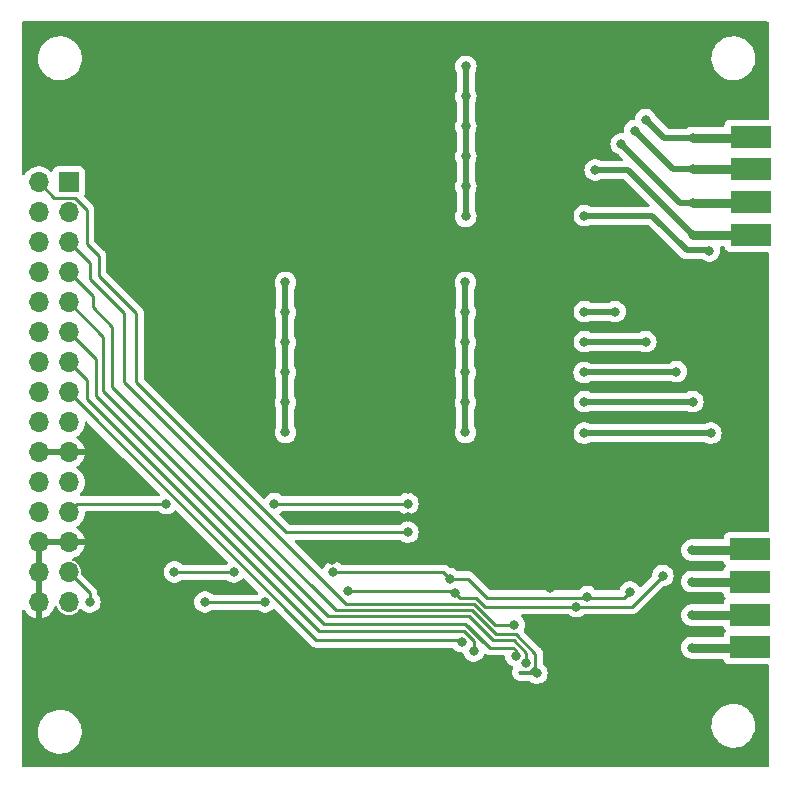
<source format=gbr>
G04 #@! TF.GenerationSoftware,KiCad,Pcbnew,7.0.7*
G04 #@! TF.CreationDate,2023-10-01T11:51:18+11:00*
G04 #@! TF.ProjectId,AnalogDiscovery_rs232_5_wire_sniffer,416e616c-6f67-4446-9973-636f76657279,rev?*
G04 #@! TF.SameCoordinates,PX69618a0PY7bfa480*
G04 #@! TF.FileFunction,Copper,L2,Bot*
G04 #@! TF.FilePolarity,Positive*
%FSLAX46Y46*%
G04 Gerber Fmt 4.6, Leading zero omitted, Abs format (unit mm)*
G04 Created by KiCad (PCBNEW 7.0.7) date 2023-10-01 11:51:18*
%MOMM*%
%LPD*%
G01*
G04 APERTURE LIST*
G04 #@! TA.AperFunction,ComponentPad*
%ADD10R,1.700000X1.700000*%
G04 #@! TD*
G04 #@! TA.AperFunction,ComponentPad*
%ADD11O,1.700000X1.700000*%
G04 #@! TD*
G04 #@! TA.AperFunction,SMDPad,CuDef*
%ADD12R,3.480000X1.846667*%
G04 #@! TD*
G04 #@! TA.AperFunction,ViaPad*
%ADD13C,0.800000*%
G04 #@! TD*
G04 #@! TA.AperFunction,Conductor*
%ADD14C,0.250000*%
G04 #@! TD*
G04 #@! TA.AperFunction,Conductor*
%ADD15C,0.800000*%
G04 #@! TD*
G04 #@! TA.AperFunction,Conductor*
%ADD16C,0.500000*%
G04 #@! TD*
G04 APERTURE END LIST*
D10*
X4300000Y50020000D03*
D11*
X1760000Y50020000D03*
X4300000Y47480000D03*
X1760000Y47480000D03*
X4300000Y44940000D03*
X1760000Y44940000D03*
X4300000Y42400000D03*
X1760000Y42400000D03*
X4300000Y39860000D03*
X1760000Y39860000D03*
X4300000Y37320000D03*
X1760000Y37320000D03*
X4300000Y34780000D03*
X1760000Y34780000D03*
X4300000Y32240000D03*
X1760000Y32240000D03*
X4300000Y29700000D03*
X1760000Y29700000D03*
X4300000Y27160000D03*
X1760000Y27160000D03*
X4300000Y24620000D03*
X1760000Y24620000D03*
X4300000Y22080000D03*
X1760000Y22080000D03*
X4300000Y19540000D03*
X1760000Y19540000D03*
X4300000Y17000000D03*
X1760000Y17000000D03*
X4300000Y14460000D03*
X1760000Y14460000D03*
D12*
X62066000Y53891000D03*
X62066000Y51121000D03*
X62066000Y48351000D03*
X62066000Y45581000D03*
X61988500Y10656000D03*
X61988500Y13426000D03*
X61988500Y16196000D03*
X61988500Y18966000D03*
D13*
X6086000Y14480800D03*
X33010000Y20399000D03*
X42027000Y12529500D03*
X43932000Y8461000D03*
X43043000Y9306000D03*
X42127500Y9956000D03*
X38598000Y10357000D03*
X37582000Y11128000D03*
X57054500Y13372500D03*
X57140000Y51133000D03*
X53154000Y36528000D03*
X52222017Y54409679D03*
X47955000Y36528000D03*
X54600000Y16716000D03*
X27930000Y15446000D03*
X37002181Y15240871D03*
X15839600Y14480800D03*
X20919600Y14480800D03*
X47284800Y14091000D03*
X55743000Y33988000D03*
X57140000Y48297500D03*
X51074169Y53261831D03*
X57054500Y16208000D03*
X47935000Y33922000D03*
X26710800Y17020800D03*
X36566000Y16462000D03*
X48199200Y14938000D03*
X18280391Y17023191D03*
X51806000Y15319000D03*
X13248800Y17020800D03*
X58664000Y28781000D03*
X47955000Y47196000D03*
X47955000Y28781000D03*
X58537000Y44228000D03*
X53140904Y55328566D03*
X47955000Y39068000D03*
X57054500Y10620000D03*
X57140000Y53800000D03*
X50554000Y39068000D03*
X47955000Y31448000D03*
X57054500Y18875000D03*
X57140000Y45545000D03*
X48873293Y51060955D03*
X57140000Y31448000D03*
X12563000Y22812000D03*
X21707000Y22812000D03*
X33010000Y22812000D03*
X20767200Y27485600D03*
X49520000Y62639200D03*
X30343000Y24082000D03*
X62728000Y31956000D03*
X1615600Y54257200D03*
X45075000Y16910500D03*
X32883000Y26749000D03*
X46726000Y24971000D03*
X46726000Y20272000D03*
X23916800Y26469600D03*
X11775600Y18138400D03*
X30724000Y44452800D03*
X19294000Y62740800D03*
X45760800Y12093200D03*
X13045600Y58626000D03*
X45964000Y44452800D03*
X5476400Y54308000D03*
X12944000Y40287200D03*
X52822000Y60200800D03*
X12994800Y32718000D03*
X51145600Y9654800D03*
X39487000Y24971000D03*
X18633600Y7927600D03*
X26609200Y18036800D03*
X13045600Y48466000D03*
X55260400Y2288800D03*
X62728000Y41989000D03*
X60569000Y41989000D03*
X45760800Y9502400D03*
X30089000Y18113000D03*
X16754000Y12956800D03*
X60569000Y22431000D03*
X20564000Y44300400D03*
X45075000Y15640500D03*
X34381600Y62740800D03*
X55260400Y57813200D03*
X60569000Y31956000D03*
X33010000Y21669000D03*
X23815200Y6200400D03*
X12994800Y37747200D03*
X62728000Y22431000D03*
X34635600Y18595600D03*
X35931000Y26368000D03*
X33010000Y24082000D03*
X55260400Y60150000D03*
X40934800Y2898400D03*
X30774800Y6149600D03*
X37683600Y6149600D03*
X37888000Y28842000D03*
X37888000Y33922000D03*
X37888000Y39002000D03*
X37888000Y31382000D03*
X37888000Y41542000D03*
X37888000Y36462000D03*
X22648000Y41542000D03*
X22648000Y36462000D03*
X22648000Y31382000D03*
X22648000Y39002000D03*
X22648000Y28842000D03*
X22648000Y33922000D03*
X37918000Y54750000D03*
X37918000Y47130000D03*
X37918000Y52210000D03*
X37918000Y57290000D03*
X37918000Y49670000D03*
X37918000Y59830000D03*
D14*
X4300000Y17000000D02*
X6086000Y15214000D01*
X6086000Y15214000D02*
X6086000Y14480800D01*
X10023000Y33099000D02*
X22723000Y20399000D01*
X5832000Y47680412D02*
X5832000Y44783000D01*
X3075000Y48705000D02*
X4807412Y48705000D01*
X22723000Y20399000D02*
X33010000Y20399000D01*
X4807412Y48705000D02*
X5832000Y47680412D01*
X1760000Y50020000D02*
X3075000Y48705000D01*
X5832000Y44783000D02*
X6848000Y43767000D01*
X6848000Y43767000D02*
X6848000Y42116000D01*
X10023000Y38941000D02*
X10023000Y33099000D01*
X6848000Y42116000D02*
X10023000Y38941000D01*
X27811000Y14295000D02*
X9007000Y33099000D01*
X38623212Y14295000D02*
X27811000Y14295000D01*
X9007000Y38941000D02*
X6086000Y41862000D01*
X9007000Y33099000D02*
X9007000Y38941000D01*
X42027000Y12529500D02*
X40388712Y12529500D01*
X6086000Y43154000D02*
X4300000Y44940000D01*
X6086000Y41862000D02*
X6086000Y43154000D01*
X40388712Y12529500D02*
X38623212Y14295000D01*
X42179212Y11755000D02*
X40456106Y11755000D01*
X43818000Y10116212D02*
X42179212Y11755000D01*
X7991000Y37798000D02*
X6340000Y39449000D01*
X42456484Y8531000D02*
X43364016Y8531000D01*
X43818000Y8984984D02*
X43818000Y10116212D01*
X6340000Y40360000D02*
X4300000Y42400000D01*
X42526484Y8461000D02*
X42456484Y8531000D01*
X43364016Y8531000D02*
X43818000Y8984984D01*
X38416106Y13795000D02*
X26914000Y13795000D01*
X26914000Y13795000D02*
X7991000Y32718000D01*
X6340000Y39449000D02*
X6340000Y40360000D01*
X40456106Y11755000D02*
X38416106Y13795000D01*
X7991000Y32718000D02*
X7991000Y37798000D01*
X43932000Y8461000D02*
X42526484Y8461000D01*
X38217000Y13287000D02*
X26279000Y13287000D01*
X7229000Y32337000D02*
X7229000Y36931000D01*
X40249000Y11255000D02*
X38217000Y13287000D01*
X43043000Y10184106D02*
X41972106Y11255000D01*
X41972106Y11255000D02*
X40249000Y11255000D01*
X7229000Y36931000D02*
X4300000Y39860000D01*
X26279000Y13287000D02*
X7229000Y32337000D01*
X43043000Y9306000D02*
X43043000Y10184106D01*
X38136503Y12478497D02*
X38090000Y12478497D01*
X38090000Y12478497D02*
X39373000Y11195497D01*
X25898000Y12652000D02*
X6594000Y31956000D01*
X42127500Y9956000D02*
X42127500Y10392500D01*
X42127500Y10392500D02*
X41900000Y10620000D01*
X39995000Y10620000D02*
X38136503Y12478497D01*
X39373000Y11195497D02*
X39373000Y11140122D01*
X6594000Y31956000D02*
X6594000Y35026000D01*
X41900000Y10620000D02*
X39995000Y10620000D01*
X37861122Y12652000D02*
X25898000Y12652000D01*
X39373000Y11140122D02*
X37861122Y12652000D01*
X6594000Y35026000D02*
X4300000Y37320000D01*
X5832000Y31702000D02*
X5832000Y33248000D01*
X5832000Y33248000D02*
X4300000Y34780000D01*
X37789016Y12017000D02*
X25517000Y12017000D01*
X38598000Y10357000D02*
X38598000Y11208016D01*
X38598000Y11208016D02*
X37789016Y12017000D01*
X25517000Y12017000D02*
X5832000Y31702000D01*
X37442000Y11268000D02*
X25272000Y11268000D01*
X25272000Y11268000D02*
X4300000Y32240000D01*
X37582000Y11128000D02*
X37442000Y11268000D01*
D15*
X62220000Y51067500D02*
X62220000Y51006000D01*
D16*
X52222017Y54409679D02*
X55498696Y51133000D01*
X55498696Y51133000D02*
X57140000Y51133000D01*
D15*
X62220000Y51006000D02*
X62347000Y50879000D01*
X62134500Y13372500D02*
X57140000Y13372500D01*
D16*
X47955000Y36528000D02*
X53154000Y36528000D01*
D15*
X62220000Y51133000D02*
X57225500Y51133000D01*
D14*
X39534318Y14091000D02*
X38814318Y14811000D01*
X37432052Y14811000D02*
X37002181Y15240871D01*
X37002181Y15240871D02*
X36761824Y15240871D01*
X36761824Y15240871D02*
X36556695Y15446000D01*
X36556695Y15446000D02*
X27930000Y15446000D01*
X51975000Y14091000D02*
X47996000Y14091000D01*
X47996000Y14091000D02*
X39534318Y14091000D01*
X15839600Y14480800D02*
X20919600Y14480800D01*
X38814318Y14811000D02*
X37432052Y14811000D01*
X54600000Y16716000D02*
X51975000Y14091000D01*
D16*
X51074169Y53261831D02*
X56038500Y48297500D01*
X47935000Y33922000D02*
X55677000Y33922000D01*
D15*
X62134500Y16208000D02*
X57140000Y16208000D01*
X62220000Y48297500D02*
X57225500Y48297500D01*
D16*
X56038500Y48297500D02*
X57140000Y48297500D01*
X55677000Y33922000D02*
X55743000Y33988000D01*
D14*
X51352500Y14865500D02*
X39686500Y14865500D01*
X38090000Y16462000D02*
X36566000Y16462000D01*
X36007200Y17020800D02*
X26710800Y17020800D01*
X36566000Y16462000D02*
X36007200Y17020800D01*
X18278000Y17020800D02*
X18280391Y17023191D01*
X51806000Y15319000D02*
X51352500Y14865500D01*
X13248800Y17020800D02*
X18278000Y17020800D01*
X39686500Y14865500D02*
X38090000Y16462000D01*
D16*
X58537000Y44275000D02*
X58537000Y44228000D01*
X53711000Y47196000D02*
X56632000Y44275000D01*
X47955000Y28781000D02*
X58664000Y28781000D01*
X47955000Y47196000D02*
X53711000Y47196000D01*
X56632000Y44275000D02*
X58537000Y44275000D01*
D15*
X62220000Y53800000D02*
X57225500Y53800000D01*
D16*
X53198434Y55328566D02*
X54727000Y53800000D01*
D15*
X62134500Y10602500D02*
X57072000Y10602500D01*
D16*
X47955000Y39068000D02*
X50554000Y39068000D01*
X53140904Y55328566D02*
X53198434Y55328566D01*
X54727000Y53800000D02*
X57140000Y53800000D01*
X51624045Y51060955D02*
X57140000Y45545000D01*
D15*
X62220000Y45527500D02*
X57157500Y45527500D01*
D16*
X47955000Y31448000D02*
X57140000Y31448000D01*
D15*
X62134500Y18875000D02*
X57140000Y18875000D01*
X57157500Y45527500D02*
X57140000Y45545000D01*
D16*
X48873293Y51060955D02*
X51624045Y51060955D01*
D14*
X12563000Y22812000D02*
X5032000Y22812000D01*
X33010000Y22812000D02*
X21707000Y22812000D01*
X5032000Y22812000D02*
X4300000Y22080000D01*
D16*
X33010000Y24209000D02*
X33010000Y24082000D01*
X1760000Y17000000D02*
X1760000Y19540000D01*
X1760000Y19540000D02*
X4300000Y19540000D01*
X1760000Y27160000D02*
X4300000Y27160000D01*
X33010000Y21796000D02*
X33010000Y21669000D01*
X37888000Y41542000D02*
X37888000Y28842000D01*
X22648000Y41542000D02*
X22648000Y28842000D01*
X37918000Y59830000D02*
X37918000Y47130000D01*
G04 #@! TA.AperFunction,Conductor*
G36*
X63517121Y63629998D02*
G01*
X63563614Y63576342D01*
X63575000Y63524000D01*
X63575000Y55448834D01*
X63554998Y55380713D01*
X63501342Y55334220D01*
X63449000Y55322834D01*
X60277350Y55322834D01*
X60216803Y55316325D01*
X60216795Y55316323D01*
X60079797Y55265224D01*
X60079792Y55265222D01*
X59962738Y55177596D01*
X59875112Y55060542D01*
X59875110Y55060537D01*
X59824011Y54923539D01*
X59824009Y54923531D01*
X59817500Y54862984D01*
X59817500Y54834500D01*
X59797498Y54766379D01*
X59743842Y54719886D01*
X59691500Y54708500D01*
X57044513Y54708500D01*
X56857711Y54668794D01*
X56683245Y54591117D01*
X56671476Y54582565D01*
X56604609Y54558706D01*
X56597413Y54558500D01*
X55093371Y54558500D01*
X55025250Y54578502D01*
X55004276Y54595405D01*
X54033339Y55566342D01*
X54002601Y55616501D01*
X53975432Y55700119D01*
X53975431Y55700121D01*
X53975431Y55700122D01*
X53879944Y55865510D01*
X53879942Y55865512D01*
X53879938Y55865518D01*
X53752159Y56007431D01*
X53597656Y56119684D01*
X53423192Y56197360D01*
X53236391Y56237066D01*
X53045417Y56237066D01*
X52858615Y56197360D01*
X52684151Y56119684D01*
X52529648Y56007431D01*
X52401869Y55865518D01*
X52401862Y55865508D01*
X52306380Y55700128D01*
X52306377Y55700121D01*
X52247361Y55518494D01*
X52238088Y55430258D01*
X52211075Y55364601D01*
X52152854Y55323971D01*
X52132969Y55319646D01*
X52132989Y55319552D01*
X51939728Y55278473D01*
X51765264Y55200797D01*
X51610761Y55088544D01*
X51482982Y54946631D01*
X51482975Y54946621D01*
X51387493Y54781241D01*
X51387490Y54781234D01*
X51328474Y54599607D01*
X51308513Y54409679D01*
X51319289Y54307147D01*
X51306516Y54237308D01*
X51258014Y54185462D01*
X51189181Y54168068D01*
X51176232Y54169679D01*
X51176229Y54169641D01*
X51169661Y54170331D01*
X51169656Y54170331D01*
X50978682Y54170331D01*
X50791880Y54130625D01*
X50617416Y54052949D01*
X50462913Y53940696D01*
X50335134Y53798783D01*
X50335127Y53798773D01*
X50239645Y53633393D01*
X50239642Y53633386D01*
X50180626Y53451759D01*
X50160665Y53261832D01*
X50180626Y53071904D01*
X50201103Y53008884D01*
X50239642Y52890275D01*
X50239645Y52890270D01*
X50335127Y52724890D01*
X50335134Y52724880D01*
X50462913Y52582967D01*
X50508251Y52550027D01*
X50617417Y52470713D01*
X50791881Y52393037D01*
X50854938Y52379634D01*
X50917412Y52345906D01*
X50917837Y52345482D01*
X51228769Y52034550D01*
X51262795Y51972238D01*
X51257730Y51901423D01*
X51215183Y51844587D01*
X51148663Y51819776D01*
X51139674Y51819455D01*
X49415880Y51819455D01*
X49347759Y51839457D01*
X49341817Y51843520D01*
X49330047Y51852072D01*
X49219202Y51901423D01*
X49155581Y51929749D01*
X48968780Y51969455D01*
X48777806Y51969455D01*
X48591004Y51929749D01*
X48416540Y51852073D01*
X48262037Y51739820D01*
X48134258Y51597907D01*
X48134251Y51597897D01*
X48038769Y51432517D01*
X48038766Y51432510D01*
X47979750Y51250883D01*
X47959789Y51060955D01*
X47979750Y50871028D01*
X47984222Y50857266D01*
X48038766Y50689399D01*
X48067134Y50640264D01*
X48134251Y50524014D01*
X48134258Y50524004D01*
X48262037Y50382091D01*
X48282730Y50367057D01*
X48416541Y50269837D01*
X48591005Y50192161D01*
X48777806Y50152455D01*
X48968780Y50152455D01*
X49155581Y50192161D01*
X49330045Y50269837D01*
X49341817Y50278391D01*
X49408684Y50302249D01*
X49415880Y50302455D01*
X51257674Y50302455D01*
X51325795Y50282453D01*
X51346769Y50265550D01*
X53442724Y48169595D01*
X53476750Y48107283D01*
X53471685Y48036468D01*
X53429138Y47979632D01*
X53362618Y47954821D01*
X53353629Y47954500D01*
X48497587Y47954500D01*
X48429466Y47974502D01*
X48423524Y47978565D01*
X48411754Y47987117D01*
X48300909Y48036468D01*
X48237288Y48064794D01*
X48050487Y48104500D01*
X47859513Y48104500D01*
X47672711Y48064794D01*
X47498247Y47987118D01*
X47343744Y47874865D01*
X47215965Y47732952D01*
X47215958Y47732942D01*
X47120476Y47567562D01*
X47120473Y47567555D01*
X47061457Y47385928D01*
X47041496Y47196001D01*
X47061457Y47006073D01*
X47082903Y46940072D01*
X47120473Y46824444D01*
X47120476Y46824439D01*
X47215958Y46659059D01*
X47215965Y46659049D01*
X47343744Y46517136D01*
X47343747Y46517134D01*
X47498248Y46404882D01*
X47672712Y46327206D01*
X47859513Y46287500D01*
X48050487Y46287500D01*
X48237288Y46327206D01*
X48411752Y46404882D01*
X48423524Y46413436D01*
X48490391Y46437294D01*
X48497587Y46437500D01*
X53344629Y46437500D01*
X53412750Y46417498D01*
X53433724Y46400595D01*
X56050092Y43784227D01*
X56062065Y43770373D01*
X56076531Y43750942D01*
X56100535Y43730800D01*
X56116975Y43717006D01*
X56121021Y43713298D01*
X56126900Y43707419D01*
X56126901Y43707418D01*
X56140004Y43697058D01*
X56152895Y43686865D01*
X56212360Y43636968D01*
X56212366Y43636965D01*
X56218495Y43632933D01*
X56218458Y43632878D01*
X56224811Y43628831D01*
X56224847Y43628887D01*
X56231092Y43625035D01*
X56231095Y43625033D01*
X56301452Y43592225D01*
X56370812Y43557391D01*
X56370813Y43557391D01*
X56370817Y43557389D01*
X56377713Y43554879D01*
X56377689Y43554815D01*
X56384805Y43552341D01*
X56384827Y43552405D01*
X56391791Y43550097D01*
X56467849Y43534393D01*
X56501866Y43526331D01*
X56543344Y43516500D01*
X56543350Y43516500D01*
X56550633Y43515648D01*
X56550625Y43515581D01*
X56558122Y43514815D01*
X56558128Y43514881D01*
X56565435Y43514243D01*
X56565442Y43514241D01*
X56643080Y43516500D01*
X57929724Y43516500D01*
X57997845Y43496498D01*
X58003785Y43492436D01*
X58080248Y43436882D01*
X58254712Y43359206D01*
X58441513Y43319500D01*
X58632487Y43319500D01*
X58819288Y43359206D01*
X58993752Y43436882D01*
X59148253Y43549134D01*
X59216594Y43625034D01*
X59276034Y43691049D01*
X59276035Y43691051D01*
X59276040Y43691056D01*
X59371527Y43856444D01*
X59430542Y44038072D01*
X59450504Y44228000D01*
X59430542Y44417928D01*
X59418801Y44454063D01*
X59416773Y44525031D01*
X59453436Y44585829D01*
X59517148Y44617154D01*
X59538634Y44619000D01*
X59710219Y44619000D01*
X59778340Y44598998D01*
X59824833Y44545342D01*
X59828274Y44537034D01*
X59875111Y44411462D01*
X59875112Y44411459D01*
X59962738Y44294405D01*
X60079792Y44206779D01*
X60079794Y44206778D01*
X60079796Y44206777D01*
X60106500Y44196817D01*
X60216795Y44155678D01*
X60216803Y44155676D01*
X60277350Y44149167D01*
X60277355Y44149167D01*
X60277362Y44149166D01*
X60277368Y44149166D01*
X63449000Y44149166D01*
X63517121Y44129164D01*
X63563614Y44075508D01*
X63575000Y44023166D01*
X63575000Y20523834D01*
X63554998Y20455713D01*
X63501342Y20409220D01*
X63449000Y20397834D01*
X60199850Y20397834D01*
X60139303Y20391325D01*
X60139295Y20391323D01*
X60002297Y20340224D01*
X60002292Y20340222D01*
X59885238Y20252596D01*
X59797612Y20135542D01*
X59797610Y20135537D01*
X59746511Y19998539D01*
X59746509Y19998531D01*
X59740000Y19937984D01*
X59740000Y19909500D01*
X59719998Y19841379D01*
X59666342Y19794886D01*
X59614000Y19783500D01*
X56959013Y19783500D01*
X56772211Y19743794D01*
X56597747Y19666118D01*
X56443244Y19553865D01*
X56315465Y19411952D01*
X56315458Y19411942D01*
X56219976Y19246562D01*
X56219973Y19246555D01*
X56160957Y19064928D01*
X56140996Y18875000D01*
X56160957Y18685073D01*
X56191026Y18592530D01*
X56219973Y18503444D01*
X56219976Y18503439D01*
X56315458Y18338059D01*
X56315465Y18338049D01*
X56443244Y18196136D01*
X56456735Y18186334D01*
X56597748Y18083882D01*
X56772212Y18006206D01*
X56959013Y17966500D01*
X57092390Y17966500D01*
X59646707Y17966500D01*
X59714828Y17946498D01*
X59761321Y17892842D01*
X59764751Y17884561D01*
X59797611Y17796462D01*
X59797612Y17796461D01*
X59797613Y17796458D01*
X59885240Y17679403D01*
X59891611Y17673032D01*
X59889868Y17671290D01*
X59924497Y17625027D01*
X59929558Y17554211D01*
X59895530Y17491900D01*
X59888134Y17485492D01*
X59885240Y17482598D01*
X59797612Y17365542D01*
X59797610Y17365537D01*
X59746511Y17228539D01*
X59744697Y17220860D01*
X59743313Y17221187D01*
X59719397Y17163442D01*
X59661081Y17122949D01*
X59621286Y17116500D01*
X56959013Y17116500D01*
X56772211Y17076794D01*
X56597747Y16999118D01*
X56443244Y16886865D01*
X56315465Y16744952D01*
X56315458Y16744942D01*
X56219976Y16579562D01*
X56219973Y16579556D01*
X56205499Y16535014D01*
X56160957Y16397928D01*
X56140996Y16208000D01*
X56160957Y16018073D01*
X56191026Y15925530D01*
X56219973Y15836444D01*
X56238053Y15805129D01*
X56315458Y15671059D01*
X56315465Y15671049D01*
X56443244Y15529136D01*
X56443247Y15529134D01*
X56597748Y15416882D01*
X56772212Y15339206D01*
X56959013Y15299500D01*
X57092390Y15299500D01*
X59618706Y15299500D01*
X59686827Y15279498D01*
X59733320Y15225842D01*
X59743984Y15186967D01*
X59746509Y15163470D01*
X59746511Y15163462D01*
X59797610Y15026464D01*
X59797612Y15026459D01*
X59885240Y14909403D01*
X59891611Y14903032D01*
X59889868Y14901290D01*
X59924497Y14855027D01*
X59929558Y14784211D01*
X59895530Y14721900D01*
X59888134Y14715492D01*
X59885240Y14712598D01*
X59797612Y14595542D01*
X59797610Y14595537D01*
X59746511Y14458539D01*
X59746509Y14458531D01*
X59739639Y14394617D01*
X59738183Y14394774D01*
X59716514Y14333318D01*
X59660453Y14289756D01*
X59614303Y14281000D01*
X56959013Y14281000D01*
X56772211Y14241294D01*
X56597747Y14163618D01*
X56443244Y14051365D01*
X56315465Y13909452D01*
X56315458Y13909442D01*
X56219976Y13744062D01*
X56219973Y13744055D01*
X56160957Y13562428D01*
X56140996Y13372501D01*
X56160957Y13182573D01*
X56191026Y13090030D01*
X56219973Y13000944D01*
X56219976Y13000939D01*
X56315458Y12835559D01*
X56315465Y12835549D01*
X56443244Y12693636D01*
X56443247Y12693634D01*
X56597748Y12581382D01*
X56772212Y12503706D01*
X56959013Y12464000D01*
X57092390Y12464000D01*
X59632719Y12464000D01*
X59700840Y12443998D01*
X59747333Y12390342D01*
X59750774Y12382034D01*
X59797611Y12256462D01*
X59797612Y12256459D01*
X59885240Y12139403D01*
X59891611Y12133032D01*
X59889866Y12131288D01*
X59924489Y12085047D01*
X59929563Y12014232D01*
X59895545Y11951916D01*
X59888145Y11945503D01*
X59885240Y11942598D01*
X59797612Y11825542D01*
X59797610Y11825537D01*
X59746511Y11688539D01*
X59746509Y11688531D01*
X59739639Y11624617D01*
X59738183Y11624774D01*
X59716514Y11563318D01*
X59660453Y11519756D01*
X59614303Y11511000D01*
X57245563Y11511000D01*
X57219366Y11513753D01*
X57149987Y11528500D01*
X56959013Y11528500D01*
X56772211Y11488794D01*
X56597747Y11411118D01*
X56443244Y11298865D01*
X56315465Y11156952D01*
X56315458Y11156942D01*
X56219976Y10991562D01*
X56219973Y10991555D01*
X56160957Y10809928D01*
X56140996Y10620001D01*
X56160957Y10430073D01*
X56162986Y10423829D01*
X56219973Y10248444D01*
X56219976Y10248439D01*
X56315457Y10083060D01*
X56315458Y10083058D01*
X56315460Y10083056D01*
X56326866Y10070388D01*
X56370068Y10022406D01*
X56374220Y10017279D01*
X56393134Y9991247D01*
X56393135Y9991246D01*
X56393134Y9991246D01*
X56403647Y9981781D01*
X56417052Y9969711D01*
X56421709Y9965054D01*
X56443247Y9941134D01*
X56469287Y9922215D01*
X56474398Y9918076D01*
X56535056Y9863460D01*
X56700444Y9767973D01*
X56882072Y9708958D01*
X57024390Y9694000D01*
X59632719Y9694000D01*
X59700840Y9673998D01*
X59747333Y9620342D01*
X59750774Y9612034D01*
X59797611Y9486462D01*
X59797612Y9486459D01*
X59885238Y9369405D01*
X60002292Y9281779D01*
X60002294Y9281778D01*
X60002296Y9281777D01*
X60031917Y9270729D01*
X60139295Y9230678D01*
X60139303Y9230676D01*
X60199850Y9224167D01*
X60199855Y9224167D01*
X60199862Y9224166D01*
X60199868Y9224166D01*
X63449000Y9224166D01*
X63517121Y9204164D01*
X63563614Y9150508D01*
X63575000Y9098166D01*
X63575000Y626000D01*
X63554998Y557879D01*
X63501342Y511386D01*
X63449000Y500000D01*
X451000Y500000D01*
X382879Y520002D01*
X336386Y573658D01*
X325000Y626000D01*
X325000Y3440235D01*
X1691788Y3440235D01*
X1721412Y3170986D01*
X1789928Y2908910D01*
X1895869Y2659611D01*
X1895870Y2659610D01*
X2036982Y2428390D01*
X2210255Y2220180D01*
X2210257Y2220178D01*
X2210259Y2220176D01*
X2315236Y2126117D01*
X2411998Y2039418D01*
X2637910Y1889956D01*
X2883176Y1774980D01*
X3142569Y1696940D01*
X3142572Y1696940D01*
X3142574Y1696939D01*
X3410557Y1657500D01*
X3410561Y1657500D01*
X3613633Y1657500D01*
X3648363Y1660043D01*
X3816156Y1672323D01*
X3816160Y1672324D01*
X3816161Y1672324D01*
X3926665Y1696940D01*
X4080553Y1731220D01*
X4333558Y1827986D01*
X4569777Y1960559D01*
X4784177Y2126112D01*
X4972186Y2321119D01*
X5129799Y2541421D01*
X5132883Y2547418D01*
X5253656Y2782325D01*
X5253657Y2782328D01*
X5341116Y3038690D01*
X5341118Y3038695D01*
X5390319Y3305067D01*
X5400212Y3575765D01*
X5385338Y3710942D01*
X5370587Y3845015D01*
X5343602Y3948235D01*
X58714788Y3948235D01*
X58744412Y3678986D01*
X58812928Y3416910D01*
X58918869Y3167611D01*
X58918870Y3167610D01*
X59059982Y2936390D01*
X59233255Y2728180D01*
X59434998Y2547418D01*
X59660910Y2397956D01*
X59906176Y2282980D01*
X60165569Y2204940D01*
X60165572Y2204940D01*
X60165574Y2204939D01*
X60433557Y2165500D01*
X60433561Y2165500D01*
X60636633Y2165500D01*
X60671363Y2168043D01*
X60839156Y2180323D01*
X60839160Y2180324D01*
X60839161Y2180324D01*
X60949665Y2204940D01*
X61103553Y2239220D01*
X61356558Y2335986D01*
X61592777Y2468559D01*
X61807177Y2634112D01*
X61995186Y2829119D01*
X62152799Y3049421D01*
X62276656Y3290325D01*
X62364118Y3546695D01*
X62413319Y3813067D01*
X62423212Y4083765D01*
X62406717Y4233676D01*
X62393587Y4353015D01*
X62325071Y4615091D01*
X62219130Y4864390D01*
X62150665Y4976573D01*
X62078018Y5095610D01*
X61904745Y5303820D01*
X61904741Y5303823D01*
X61904740Y5303825D01*
X61703012Y5484573D01*
X61703002Y5484582D01*
X61477090Y5634044D01*
X61231824Y5749020D01*
X61074392Y5796385D01*
X60972425Y5827062D01*
X60704442Y5866500D01*
X60704439Y5866500D01*
X60501369Y5866500D01*
X60501367Y5866500D01*
X60298839Y5851677D01*
X60298838Y5851677D01*
X60034456Y5792783D01*
X60034441Y5792778D01*
X59781441Y5696014D01*
X59545229Y5563445D01*
X59545225Y5563443D01*
X59330818Y5397884D01*
X59142815Y5202883D01*
X59142810Y5202877D01*
X58985203Y4982583D01*
X58985196Y4982573D01*
X58861343Y4741676D01*
X58861342Y4741673D01*
X58773883Y4485311D01*
X58773880Y4485298D01*
X58724681Y4218942D01*
X58724680Y4218931D01*
X58714788Y3948235D01*
X5343602Y3948235D01*
X5302071Y4107091D01*
X5196130Y4356390D01*
X5196130Y4356391D01*
X5055018Y4587610D01*
X4881745Y4795820D01*
X4881741Y4795823D01*
X4881740Y4795825D01*
X4680012Y4976573D01*
X4680002Y4976582D01*
X4454090Y5126044D01*
X4208824Y5241020D01*
X4051392Y5288385D01*
X3949425Y5319062D01*
X3681442Y5358500D01*
X3681439Y5358500D01*
X3478369Y5358500D01*
X3478367Y5358500D01*
X3275839Y5343677D01*
X3275838Y5343677D01*
X3011456Y5284783D01*
X3011441Y5284778D01*
X2758441Y5188014D01*
X2522229Y5055445D01*
X2522225Y5055443D01*
X2307818Y4889884D01*
X2119815Y4694883D01*
X2119810Y4694877D01*
X1962203Y4474583D01*
X1962196Y4474573D01*
X1838343Y4233676D01*
X1838342Y4233673D01*
X1750883Y3977311D01*
X1750880Y3977298D01*
X1701681Y3710942D01*
X1701680Y3710931D01*
X1691788Y3440235D01*
X325000Y3440235D01*
X325000Y13751051D01*
X345002Y13819172D01*
X398658Y13865665D01*
X468932Y13875769D01*
X533512Y13846275D01*
X558230Y13815484D01*
X558732Y13815811D01*
X684674Y13623042D01*
X837097Y13457466D01*
X1014698Y13319233D01*
X1014699Y13319232D01*
X1212628Y13212118D01*
X1212630Y13212117D01*
X1425483Y13139045D01*
X1425492Y13139043D01*
X1506000Y13125609D01*
X1506000Y13845967D01*
X1526002Y13914088D01*
X1579658Y13960581D01*
X1649926Y13970685D01*
X1724237Y13960000D01*
X1795763Y13960000D01*
X1870069Y13970684D01*
X1940341Y13960581D01*
X1993997Y13914089D01*
X2014000Y13845969D01*
X2014000Y13125610D01*
X2094507Y13139043D01*
X2094516Y13139045D01*
X2307369Y13212117D01*
X2307371Y13212118D01*
X2505300Y13319232D01*
X2505301Y13319233D01*
X2682902Y13457466D01*
X2835325Y13623042D01*
X2958419Y13811452D01*
X3048820Y14017543D01*
X3068473Y14095152D01*
X3104585Y14156278D01*
X3168012Y14188178D01*
X3238616Y14180722D01*
X3293981Y14136278D01*
X3311192Y14100800D01*
X3316750Y14082477D01*
X3324768Y14056045D01*
X3421129Y13875769D01*
X3422315Y13873550D01*
X3553590Y13713590D01*
X3713550Y13582315D01*
X3896046Y13484768D01*
X4094066Y13424700D01*
X4094070Y13424700D01*
X4094072Y13424699D01*
X4299997Y13404417D01*
X4300000Y13404417D01*
X4300003Y13404417D01*
X4505927Y13424699D01*
X4505928Y13424700D01*
X4505934Y13424700D01*
X4703954Y13484768D01*
X4886450Y13582315D01*
X5046410Y13713590D01*
X5177685Y13873550D01*
X5179688Y13877299D01*
X5229434Y13927948D01*
X5298669Y13943664D01*
X5365410Y13919453D01*
X5384449Y13902219D01*
X5474744Y13801936D01*
X5474747Y13801934D01*
X5629248Y13689682D01*
X5803712Y13612006D01*
X5990513Y13572300D01*
X6181487Y13572300D01*
X6368288Y13612006D01*
X6542752Y13689682D01*
X6697253Y13801934D01*
X6705823Y13811452D01*
X6825034Y13943849D01*
X6825035Y13943851D01*
X6825040Y13943856D01*
X6920527Y14109244D01*
X6979542Y14290872D01*
X6999504Y14480800D01*
X6979542Y14670728D01*
X6920527Y14852356D01*
X6825040Y15017744D01*
X6753249Y15097476D01*
X6722533Y15161482D01*
X6720949Y15177813D01*
X6719499Y15223941D01*
X6719500Y15253856D01*
X6718620Y15260816D01*
X6718154Y15266725D01*
X6716673Y15313890D01*
X6711022Y15333337D01*
X6707012Y15352700D01*
X6704474Y15372797D01*
X6687100Y15416677D01*
X6685184Y15422275D01*
X6672018Y15467594D01*
X6661700Y15485039D01*
X6653005Y15502791D01*
X6650575Y15508928D01*
X6645552Y15521617D01*
X6645550Y15521621D01*
X6617818Y15559790D01*
X6614562Y15564747D01*
X6590542Y15605363D01*
X6590540Y15605365D01*
X6590540Y15605366D01*
X6576218Y15619688D01*
X6563377Y15634721D01*
X6551471Y15651108D01*
X6538568Y15661782D01*
X6515108Y15681190D01*
X6510736Y15685169D01*
X5383404Y16812501D01*
X5349378Y16874813D01*
X5347106Y16913943D01*
X5355583Y17000000D01*
X5355583Y17000004D01*
X5335301Y17205928D01*
X5335300Y17205930D01*
X5335300Y17205934D01*
X5275232Y17403954D01*
X5177685Y17586450D01*
X5046410Y17746410D01*
X4886450Y17877685D01*
X4886448Y17877686D01*
X4886447Y17877687D01*
X4703955Y17975232D01*
X4682042Y17981879D01*
X4663104Y17987624D01*
X4603724Y18026538D01*
X4574808Y18091380D01*
X4585539Y18161561D01*
X4632509Y18214800D01*
X4658769Y18227371D01*
X4847369Y18292117D01*
X4847371Y18292118D01*
X5045300Y18399232D01*
X5045301Y18399233D01*
X5222902Y18537466D01*
X5375325Y18703042D01*
X5498419Y18891452D01*
X5588820Y19097544D01*
X5588823Y19097551D01*
X5636544Y19286000D01*
X4914844Y19286000D01*
X4846723Y19306002D01*
X4800230Y19359658D01*
X4790126Y19429932D01*
X4793947Y19447496D01*
X4800000Y19468112D01*
X4800000Y19611889D01*
X4793947Y19632504D01*
X4793948Y19703500D01*
X4832333Y19763226D01*
X4896914Y19792718D01*
X4914844Y19794000D01*
X5636544Y19794000D01*
X5636544Y19794001D01*
X5588823Y19982450D01*
X5588820Y19982457D01*
X5498419Y20188549D01*
X5375325Y20376959D01*
X5222902Y20542535D01*
X5045301Y20680768D01*
X5045300Y20680769D01*
X5011791Y20698903D01*
X4961401Y20748917D01*
X4946050Y20818234D01*
X4970612Y20884847D01*
X5011790Y20920528D01*
X5045576Y20938811D01*
X5223240Y21077094D01*
X5375722Y21242732D01*
X5498860Y21431209D01*
X5589296Y21637384D01*
X5644564Y21855632D01*
X5661739Y22062907D01*
X5687299Y22129142D01*
X5744610Y22171045D01*
X5787309Y22178500D01*
X11854800Y22178500D01*
X11922921Y22158498D01*
X11948437Y22136810D01*
X11951747Y22133134D01*
X12106248Y22020882D01*
X12280712Y21943206D01*
X12467513Y21903500D01*
X12658487Y21903500D01*
X12845288Y21943206D01*
X13019752Y22020882D01*
X13174253Y22133134D01*
X13197091Y22158498D01*
X13244940Y22211639D01*
X13305386Y22248879D01*
X13376369Y22247527D01*
X13427671Y22216424D01*
X17722882Y17921213D01*
X17756908Y17858901D01*
X17751843Y17788086D01*
X17709296Y17731250D01*
X17707848Y17730182D01*
X17669140Y17702060D01*
X17666986Y17699667D01*
X17663673Y17695989D01*
X17603229Y17658750D01*
X17570039Y17654300D01*
X13957000Y17654300D01*
X13888879Y17674302D01*
X13863363Y17695990D01*
X13860052Y17699667D01*
X13705552Y17811918D01*
X13531088Y17889594D01*
X13344287Y17929300D01*
X13153313Y17929300D01*
X12966511Y17889594D01*
X12792047Y17811918D01*
X12637544Y17699665D01*
X12509765Y17557752D01*
X12509758Y17557742D01*
X12414276Y17392362D01*
X12414273Y17392356D01*
X12405561Y17365542D01*
X12355257Y17210728D01*
X12335296Y17020800D01*
X12355257Y16830873D01*
X12383175Y16744952D01*
X12414273Y16649244D01*
X12414276Y16649239D01*
X12509758Y16483859D01*
X12509765Y16483849D01*
X12637544Y16341936D01*
X12637547Y16341934D01*
X12792048Y16229682D01*
X12966512Y16152006D01*
X13153313Y16112300D01*
X13344287Y16112300D01*
X13531088Y16152006D01*
X13705552Y16229682D01*
X13860053Y16341934D01*
X13863362Y16345610D01*
X13923809Y16382850D01*
X13957000Y16387300D01*
X17574344Y16387300D01*
X17642465Y16367298D01*
X17667981Y16345610D01*
X17669138Y16344325D01*
X17823639Y16232073D01*
X17998103Y16154397D01*
X18184904Y16114691D01*
X18375878Y16114691D01*
X18562679Y16154397D01*
X18737143Y16232073D01*
X18891644Y16344325D01*
X18996169Y16460413D01*
X19056613Y16497651D01*
X19127597Y16496300D01*
X19178899Y16465196D01*
X20307225Y15336870D01*
X20341251Y15274558D01*
X20336186Y15203743D01*
X20311769Y15163468D01*
X20305039Y15155993D01*
X20244595Y15118751D01*
X20211400Y15114300D01*
X16547800Y15114300D01*
X16479679Y15134302D01*
X16454163Y15155990D01*
X16450852Y15159667D01*
X16296352Y15271918D01*
X16121888Y15349594D01*
X15935087Y15389300D01*
X15744113Y15389300D01*
X15557311Y15349594D01*
X15382847Y15271918D01*
X15228344Y15159665D01*
X15100565Y15017752D01*
X15100558Y15017742D01*
X15005076Y14852362D01*
X15005073Y14852355D01*
X14946057Y14670728D01*
X14926096Y14480800D01*
X14946057Y14290873D01*
X14962167Y14241294D01*
X15005073Y14109244D01*
X15005076Y14109239D01*
X15100558Y13943859D01*
X15100565Y13943849D01*
X15228344Y13801936D01*
X15228347Y13801934D01*
X15382848Y13689682D01*
X15557312Y13612006D01*
X15744113Y13572300D01*
X15935087Y13572300D01*
X16121888Y13612006D01*
X16296352Y13689682D01*
X16450853Y13801934D01*
X16454162Y13805610D01*
X16514609Y13842850D01*
X16547800Y13847300D01*
X20211400Y13847300D01*
X20279521Y13827298D01*
X20305037Y13805610D01*
X20308347Y13801934D01*
X20462848Y13689682D01*
X20637312Y13612006D01*
X20824113Y13572300D01*
X21015087Y13572300D01*
X21201888Y13612006D01*
X21376352Y13689682D01*
X21530853Y13801934D01*
X21543054Y13815484D01*
X21570778Y13846275D01*
X21589504Y13867074D01*
X21649949Y13904314D01*
X21720933Y13902963D01*
X21772236Y13871859D01*
X24764755Y10879340D01*
X24774720Y10866903D01*
X24774947Y10867090D01*
X24779999Y10860983D01*
X24831078Y10813017D01*
X24852223Y10791871D01*
X24852227Y10791868D01*
X24852230Y10791865D01*
X24857782Y10787558D01*
X24862269Y10783727D01*
X24884959Y10762419D01*
X24896677Y10751415D01*
X24896679Y10751414D01*
X24914428Y10741657D01*
X24930953Y10730802D01*
X24946959Y10718386D01*
X24988686Y10700330D01*
X24990262Y10699648D01*
X24995583Y10697042D01*
X25036940Y10674305D01*
X25036948Y10674303D01*
X25056558Y10669268D01*
X25075267Y10662863D01*
X25093855Y10654819D01*
X25140477Y10647436D01*
X25146262Y10646237D01*
X25191970Y10634500D01*
X25212224Y10634500D01*
X25231934Y10632949D01*
X25234141Y10632600D01*
X25251943Y10629780D01*
X25285870Y10632988D01*
X25298917Y10634220D01*
X25304850Y10634500D01*
X36747744Y10634500D01*
X36815865Y10614498D01*
X36841380Y10592810D01*
X36970744Y10449136D01*
X36970747Y10449134D01*
X37125248Y10336882D01*
X37299712Y10259206D01*
X37486513Y10219500D01*
X37595879Y10219500D01*
X37664000Y10199498D01*
X37710493Y10145842D01*
X37715710Y10132442D01*
X37763473Y9985444D01*
X37772554Y9969716D01*
X37858958Y9820059D01*
X37858965Y9820049D01*
X37986744Y9678136D01*
X38047999Y9633632D01*
X38141248Y9565882D01*
X38315712Y9488206D01*
X38502513Y9448500D01*
X38693487Y9448500D01*
X38880288Y9488206D01*
X39054752Y9565882D01*
X39209253Y9678134D01*
X39288434Y9766073D01*
X39337034Y9820049D01*
X39337035Y9820051D01*
X39337040Y9820056D01*
X39432527Y9985444D01*
X39446346Y10027976D01*
X39486419Y10086581D01*
X39551815Y10114219D01*
X39621772Y10102113D01*
X39626876Y10099457D01*
X39637427Y10093657D01*
X39653957Y10082799D01*
X39669960Y10070386D01*
X39713259Y10051649D01*
X39718585Y10049040D01*
X39759935Y10026307D01*
X39759938Y10026306D01*
X39759940Y10026305D01*
X39779562Y10021267D01*
X39798263Y10014865D01*
X39810814Y10009433D01*
X39816852Y10006820D01*
X39816853Y10006820D01*
X39816855Y10006819D01*
X39863477Y9999436D01*
X39869262Y9998237D01*
X39914970Y9986500D01*
X39935224Y9986500D01*
X39954934Y9984949D01*
X39957141Y9984600D01*
X39974943Y9981780D01*
X40008870Y9984988D01*
X40021917Y9986220D01*
X40027850Y9986500D01*
X41097339Y9986500D01*
X41165460Y9966498D01*
X41211953Y9912842D01*
X41222649Y9873670D01*
X41233957Y9766073D01*
X41257375Y9694001D01*
X41292973Y9584444D01*
X41292976Y9584439D01*
X41388458Y9419059D01*
X41388465Y9419049D01*
X41516244Y9277136D01*
X41577499Y9232632D01*
X41670748Y9164882D01*
X41820595Y9098166D01*
X41845212Y9087206D01*
X41851615Y9085845D01*
X41914089Y9052117D01*
X41948410Y8989968D01*
X41943683Y8919129D01*
X41929634Y8891780D01*
X41923915Y8883364D01*
X41923674Y8883528D01*
X41921354Y8879996D01*
X41921600Y8879840D01*
X41917351Y8873145D01*
X41887511Y8809733D01*
X41855700Y8747299D01*
X41853016Y8739844D01*
X41852740Y8739944D01*
X41851372Y8735947D01*
X41851650Y8735856D01*
X41849201Y8728318D01*
X41836071Y8659489D01*
X41820782Y8591095D01*
X41820036Y8583200D01*
X41819743Y8583228D01*
X41819412Y8579025D01*
X41819707Y8579006D01*
X41819209Y8571094D01*
X41823609Y8501152D01*
X41825810Y8431112D01*
X41827051Y8423282D01*
X41826761Y8423237D01*
X41827487Y8419077D01*
X41827775Y8419131D01*
X41829259Y8411346D01*
X41850921Y8344680D01*
X41870466Y8277406D01*
X41873614Y8270133D01*
X41873344Y8270017D01*
X41875080Y8266172D01*
X41875346Y8266296D01*
X41878719Y8259126D01*
X41916277Y8199944D01*
X41951939Y8139641D01*
X41956800Y8133375D01*
X41956567Y8133195D01*
X41959204Y8129903D01*
X41959431Y8130090D01*
X41964482Y8123984D01*
X41964483Y8123983D01*
X41964484Y8123982D01*
X42015572Y8076008D01*
X42019236Y8072344D01*
X42029201Y8059906D01*
X42029428Y8060093D01*
X42034481Y8053985D01*
X42085565Y8006015D01*
X42106708Y7984870D01*
X42106712Y7984867D01*
X42106714Y7984865D01*
X42112266Y7980558D01*
X42116753Y7976727D01*
X42139443Y7955419D01*
X42151161Y7944415D01*
X42151163Y7944414D01*
X42168912Y7934657D01*
X42185437Y7923802D01*
X42201443Y7911386D01*
X42243170Y7893330D01*
X42244746Y7892648D01*
X42250067Y7890042D01*
X42291424Y7867305D01*
X42291432Y7867303D01*
X42311042Y7862268D01*
X42329751Y7855863D01*
X42348339Y7847819D01*
X42394961Y7840436D01*
X42400746Y7839237D01*
X42446454Y7827500D01*
X42466708Y7827500D01*
X42486418Y7825949D01*
X42488625Y7825600D01*
X42506427Y7822780D01*
X42540354Y7825988D01*
X42553401Y7827220D01*
X42559334Y7827500D01*
X43223800Y7827500D01*
X43291921Y7807498D01*
X43317437Y7785810D01*
X43320747Y7782134D01*
X43475248Y7669882D01*
X43649712Y7592206D01*
X43836513Y7552500D01*
X44027487Y7552500D01*
X44214288Y7592206D01*
X44388752Y7669882D01*
X44543253Y7782134D01*
X44584101Y7827500D01*
X44671034Y7924049D01*
X44671035Y7924051D01*
X44671040Y7924056D01*
X44766527Y8089444D01*
X44825542Y8271072D01*
X44845504Y8461000D01*
X44825542Y8650928D01*
X44766527Y8832556D01*
X44671040Y8997944D01*
X44671038Y8997946D01*
X44671034Y8997952D01*
X44543255Y9139865D01*
X44503439Y9168793D01*
X44460085Y9225016D01*
X44451500Y9270729D01*
X44451500Y10032357D01*
X44453249Y10048198D01*
X44452956Y10048225D01*
X44453701Y10056118D01*
X44453702Y10056121D01*
X44451500Y10126171D01*
X44451500Y10156068D01*
X44450619Y10163034D01*
X44450155Y10168930D01*
X44448673Y10216102D01*
X44443022Y10235549D01*
X44439012Y10254912D01*
X44438470Y10259206D01*
X44436474Y10275009D01*
X44419099Y10318892D01*
X44417179Y10324501D01*
X44404018Y10369805D01*
X44393705Y10387243D01*
X44385010Y10404990D01*
X44377552Y10423829D01*
X44349821Y10461997D01*
X44346562Y10466957D01*
X44322541Y10507577D01*
X44308218Y10521900D01*
X44295377Y10536933D01*
X44283471Y10553320D01*
X44276029Y10559477D01*
X44247108Y10583402D01*
X44242736Y10587381D01*
X42860583Y11969534D01*
X42826558Y12031845D01*
X42831623Y12102660D01*
X42840561Y12121629D01*
X42861524Y12157939D01*
X42861523Y12157939D01*
X42861527Y12157944D01*
X42920542Y12339572D01*
X42940504Y12529500D01*
X42920542Y12719428D01*
X42861527Y12901056D01*
X42766040Y13066444D01*
X42766038Y13066446D01*
X42766034Y13066452D01*
X42638255Y13208365D01*
X42638256Y13208365D01*
X42609077Y13229564D01*
X42565723Y13285787D01*
X42559648Y13356523D01*
X42592780Y13419314D01*
X42654600Y13454226D01*
X42683138Y13457500D01*
X46576600Y13457500D01*
X46644721Y13437498D01*
X46670237Y13415810D01*
X46673547Y13412134D01*
X46828048Y13299882D01*
X47002512Y13222206D01*
X47189313Y13182500D01*
X47380287Y13182500D01*
X47567088Y13222206D01*
X47741552Y13299882D01*
X47896053Y13412134D01*
X47899362Y13415810D01*
X47959809Y13453050D01*
X47993000Y13457500D01*
X51891147Y13457500D01*
X51906988Y13455751D01*
X51907016Y13456044D01*
X51914902Y13455300D01*
X51914909Y13455298D01*
X51984958Y13457500D01*
X52014856Y13457500D01*
X52021818Y13458381D01*
X52027719Y13458846D01*
X52074889Y13460327D01*
X52094347Y13465981D01*
X52113694Y13469987D01*
X52133797Y13472526D01*
X52177679Y13489901D01*
X52183274Y13491817D01*
X52211816Y13500109D01*
X52228591Y13504981D01*
X52228595Y13504983D01*
X52246026Y13515292D01*
X52263780Y13523991D01*
X52282617Y13531448D01*
X52320786Y13559182D01*
X52325744Y13562438D01*
X52366362Y13586458D01*
X52380685Y13600782D01*
X52395724Y13613626D01*
X52412107Y13625528D01*
X52442193Y13661897D01*
X52446161Y13666259D01*
X54550498Y15770595D01*
X54612811Y15804621D01*
X54639594Y15807500D01*
X54695487Y15807500D01*
X54882288Y15847206D01*
X55056752Y15924882D01*
X55211253Y16037134D01*
X55211255Y16037136D01*
X55339034Y16179049D01*
X55339035Y16179051D01*
X55339040Y16179056D01*
X55434527Y16344444D01*
X55493542Y16526072D01*
X55513504Y16716000D01*
X55493542Y16905928D01*
X55434527Y17087556D01*
X55339040Y17252944D01*
X55339038Y17252946D01*
X55339034Y17252952D01*
X55211255Y17394865D01*
X55056752Y17507118D01*
X54882288Y17584794D01*
X54695487Y17624500D01*
X54504513Y17624500D01*
X54317711Y17584794D01*
X54143247Y17507118D01*
X53988744Y17394865D01*
X53860965Y17252952D01*
X53860958Y17252942D01*
X53770221Y17095780D01*
X53765473Y17087556D01*
X53758838Y17067136D01*
X53706457Y16905928D01*
X53689092Y16740708D01*
X53662079Y16675051D01*
X53652877Y16664784D01*
X52770592Y15782499D01*
X52708280Y15748473D01*
X52637465Y15753538D01*
X52580629Y15796085D01*
X52572378Y15808593D01*
X52545040Y15855944D01*
X52545036Y15855949D01*
X52545034Y15855952D01*
X52417255Y15997865D01*
X52262752Y16110118D01*
X52088288Y16187794D01*
X51901487Y16227500D01*
X51710513Y16227500D01*
X51523711Y16187794D01*
X51349247Y16110118D01*
X51194744Y15997865D01*
X51066965Y15855952D01*
X51066958Y15855942D01*
X50989328Y15721482D01*
X50971473Y15690556D01*
X50947529Y15616865D01*
X50937521Y15586063D01*
X50897447Y15527458D01*
X50832050Y15499821D01*
X50817688Y15499000D01*
X48972679Y15499000D01*
X48904558Y15519002D01*
X48879043Y15540690D01*
X48810455Y15616865D01*
X48655952Y15729118D01*
X48481488Y15806794D01*
X48294687Y15846500D01*
X48103713Y15846500D01*
X47916911Y15806794D01*
X47742447Y15729118D01*
X47587944Y15616865D01*
X47519357Y15540690D01*
X47458911Y15503450D01*
X47425721Y15499000D01*
X40001094Y15499000D01*
X39932973Y15519002D01*
X39911999Y15535905D01*
X39260110Y16187794D01*
X38597244Y16850661D01*
X38587279Y16863099D01*
X38587052Y16862910D01*
X38582001Y16869016D01*
X38582000Y16869018D01*
X38530920Y16916985D01*
X38509777Y16938129D01*
X38509772Y16938134D01*
X38504225Y16942437D01*
X38499717Y16946288D01*
X38465325Y16978583D01*
X38465319Y16978587D01*
X38447563Y16988349D01*
X38431047Y16999198D01*
X38415041Y17011614D01*
X38384289Y17024922D01*
X38371740Y17030352D01*
X38366408Y17032964D01*
X38325061Y17055695D01*
X38305436Y17060734D01*
X38286736Y17067136D01*
X38275752Y17071889D01*
X38268145Y17075181D01*
X38268143Y17075182D01*
X38268142Y17075182D01*
X38221542Y17082563D01*
X38215729Y17083767D01*
X38170030Y17095500D01*
X38149776Y17095500D01*
X38130066Y17097051D01*
X38110057Y17100220D01*
X38110056Y17100220D01*
X38063083Y17095780D01*
X38057150Y17095500D01*
X37274200Y17095500D01*
X37206079Y17115502D01*
X37180563Y17137190D01*
X37177252Y17140867D01*
X37022752Y17253118D01*
X36848288Y17330794D01*
X36661487Y17370500D01*
X36605595Y17370500D01*
X36537474Y17390502D01*
X36516500Y17407405D01*
X36514444Y17409461D01*
X36504480Y17421898D01*
X36504253Y17421710D01*
X36499200Y17427818D01*
X36448120Y17475785D01*
X36426977Y17496929D01*
X36426972Y17496934D01*
X36421425Y17501237D01*
X36416917Y17505088D01*
X36382525Y17537383D01*
X36382519Y17537387D01*
X36364763Y17547149D01*
X36348247Y17557998D01*
X36332241Y17570414D01*
X36295188Y17586448D01*
X36288940Y17589152D01*
X36283608Y17591764D01*
X36242261Y17614495D01*
X36222636Y17619534D01*
X36203936Y17625936D01*
X36185345Y17633981D01*
X36185343Y17633982D01*
X36185342Y17633982D01*
X36138742Y17641363D01*
X36132929Y17642567D01*
X36087230Y17654300D01*
X36066976Y17654300D01*
X36047266Y17655851D01*
X36027257Y17659020D01*
X36027256Y17659020D01*
X35980283Y17654580D01*
X35974350Y17654300D01*
X27419000Y17654300D01*
X27350879Y17674302D01*
X27325363Y17695990D01*
X27322052Y17699667D01*
X27167552Y17811918D01*
X26993088Y17889594D01*
X26806287Y17929300D01*
X26615313Y17929300D01*
X26428511Y17889594D01*
X26254047Y17811918D01*
X26099544Y17699665D01*
X25971765Y17557752D01*
X25971758Y17557742D01*
X25876276Y17392362D01*
X25876269Y17392346D01*
X25874395Y17386580D01*
X25834316Y17327978D01*
X25768916Y17300348D01*
X25698961Y17312461D01*
X25665471Y17336433D01*
X23451499Y19550405D01*
X23417473Y19612717D01*
X23422538Y19683532D01*
X23465085Y19740368D01*
X23531605Y19765179D01*
X23540594Y19765500D01*
X32301800Y19765500D01*
X32369921Y19745498D01*
X32395437Y19723810D01*
X32398747Y19720134D01*
X32553248Y19607882D01*
X32727712Y19530206D01*
X32914513Y19490500D01*
X33105487Y19490500D01*
X33292288Y19530206D01*
X33466752Y19607882D01*
X33621253Y19720134D01*
X33662101Y19765500D01*
X33749034Y19862049D01*
X33749035Y19862051D01*
X33749040Y19862056D01*
X33844527Y20027444D01*
X33903542Y20209072D01*
X33923504Y20399000D01*
X33903542Y20588928D01*
X33844527Y20770556D01*
X33749040Y20935944D01*
X33749038Y20935946D01*
X33749034Y20935952D01*
X33621255Y21077865D01*
X33466752Y21190118D01*
X33292288Y21267794D01*
X33105487Y21307500D01*
X32914513Y21307500D01*
X32727711Y21267794D01*
X32553247Y21190118D01*
X32398747Y21077867D01*
X32395437Y21074190D01*
X32334991Y21036950D01*
X32301800Y21032500D01*
X23037595Y21032500D01*
X22969474Y21052502D01*
X22948500Y21069405D01*
X22171501Y21846404D01*
X22137475Y21908716D01*
X22142540Y21979531D01*
X22185087Y22036367D01*
X22186535Y22037435D01*
X22221591Y22062905D01*
X22318253Y22133134D01*
X22321562Y22136810D01*
X22382009Y22174050D01*
X22415200Y22178500D01*
X32301800Y22178500D01*
X32369921Y22158498D01*
X32395437Y22136810D01*
X32398747Y22133134D01*
X32553248Y22020882D01*
X32727712Y21943206D01*
X32914513Y21903500D01*
X33105487Y21903500D01*
X33292288Y21943206D01*
X33466752Y22020882D01*
X33621253Y22133134D01*
X33749040Y22275056D01*
X33844527Y22440444D01*
X33903542Y22622072D01*
X33923504Y22812000D01*
X33903542Y23001928D01*
X33844527Y23183556D01*
X33749040Y23348944D01*
X33749038Y23348946D01*
X33749034Y23348952D01*
X33621255Y23490865D01*
X33466752Y23603118D01*
X33292288Y23680794D01*
X33105487Y23720500D01*
X32914513Y23720500D01*
X32727711Y23680794D01*
X32553247Y23603118D01*
X32398747Y23490867D01*
X32395437Y23487190D01*
X32334991Y23449950D01*
X32301800Y23445500D01*
X22415200Y23445500D01*
X22347079Y23465502D01*
X22321563Y23487190D01*
X22318252Y23490867D01*
X22163752Y23603118D01*
X21989288Y23680794D01*
X21802487Y23720500D01*
X21611513Y23720500D01*
X21424711Y23680794D01*
X21250247Y23603118D01*
X21095744Y23490865D01*
X20967965Y23348952D01*
X20967958Y23348942D01*
X20940620Y23301591D01*
X20889237Y23252599D01*
X20819523Y23239164D01*
X20753613Y23265551D01*
X20742407Y23275498D01*
X15175906Y28842000D01*
X21734496Y28842000D01*
X21754457Y28652073D01*
X21774278Y28591073D01*
X21813473Y28470444D01*
X21841841Y28421309D01*
X21908958Y28305059D01*
X21908965Y28305049D01*
X22036744Y28163136D01*
X22036747Y28163134D01*
X22191248Y28050882D01*
X22365712Y27973206D01*
X22552513Y27933500D01*
X22743487Y27933500D01*
X22930288Y27973206D01*
X23104752Y28050882D01*
X23259253Y28163134D01*
X23332109Y28244049D01*
X23387034Y28305049D01*
X23387035Y28305051D01*
X23387040Y28305056D01*
X23482527Y28470444D01*
X23541542Y28652072D01*
X23561504Y28842000D01*
X36974496Y28842000D01*
X36994457Y28652073D01*
X37014278Y28591073D01*
X37053473Y28470444D01*
X37081841Y28421309D01*
X37148958Y28305059D01*
X37148965Y28305049D01*
X37276744Y28163136D01*
X37276747Y28163134D01*
X37431248Y28050882D01*
X37605712Y27973206D01*
X37792513Y27933500D01*
X37983487Y27933500D01*
X38170288Y27973206D01*
X38344752Y28050882D01*
X38499253Y28163134D01*
X38572109Y28244049D01*
X38627034Y28305049D01*
X38627035Y28305051D01*
X38627040Y28305056D01*
X38722527Y28470444D01*
X38781542Y28652072D01*
X38795093Y28781000D01*
X47041496Y28781000D01*
X47061457Y28591073D01*
X47071940Y28558812D01*
X47120473Y28409444D01*
X47120476Y28409439D01*
X47215958Y28244059D01*
X47215965Y28244049D01*
X47343744Y28102136D01*
X47343747Y28102134D01*
X47498248Y27989882D01*
X47672712Y27912206D01*
X47859513Y27872500D01*
X48050487Y27872500D01*
X48237288Y27912206D01*
X48411752Y27989882D01*
X48423524Y27998436D01*
X48490391Y28022294D01*
X48497587Y28022500D01*
X58121413Y28022500D01*
X58189534Y28002498D01*
X58195471Y27998438D01*
X58207248Y27989882D01*
X58381712Y27912206D01*
X58568513Y27872500D01*
X58759487Y27872500D01*
X58946288Y27912206D01*
X59120752Y27989882D01*
X59275253Y28102134D01*
X59330178Y28163134D01*
X59403034Y28244049D01*
X59403035Y28244051D01*
X59403040Y28244056D01*
X59498527Y28409444D01*
X59557542Y28591072D01*
X59577504Y28781000D01*
X59557542Y28970928D01*
X59498527Y29152556D01*
X59403040Y29317944D01*
X59403038Y29317946D01*
X59403034Y29317952D01*
X59275255Y29459865D01*
X59120752Y29572118D01*
X58946288Y29649794D01*
X58759487Y29689500D01*
X58568513Y29689500D01*
X58381711Y29649794D01*
X58207245Y29572117D01*
X58195476Y29563565D01*
X58128609Y29539706D01*
X58121413Y29539500D01*
X48497587Y29539500D01*
X48429466Y29559502D01*
X48423524Y29563565D01*
X48411754Y29572117D01*
X48237288Y29649794D01*
X48050487Y29689500D01*
X47859513Y29689500D01*
X47672711Y29649794D01*
X47498247Y29572118D01*
X47343744Y29459865D01*
X47215965Y29317952D01*
X47215958Y29317942D01*
X47120476Y29152562D01*
X47120473Y29152555D01*
X47061457Y28970928D01*
X47041496Y28781000D01*
X38795093Y28781000D01*
X38801504Y28842000D01*
X38781542Y29031928D01*
X38722527Y29213556D01*
X38663381Y29316001D01*
X38646500Y29379001D01*
X38646500Y30845001D01*
X38663380Y30908000D01*
X38722527Y31010444D01*
X38781542Y31192072D01*
X38801504Y31382000D01*
X38794567Y31448001D01*
X47041496Y31448001D01*
X47061457Y31258073D01*
X47082903Y31192072D01*
X47120473Y31076444D01*
X47120476Y31076439D01*
X47215958Y30911059D01*
X47215965Y30911049D01*
X47343744Y30769136D01*
X47343747Y30769134D01*
X47498248Y30656882D01*
X47672712Y30579206D01*
X47859513Y30539500D01*
X48050487Y30539500D01*
X48237288Y30579206D01*
X48411752Y30656882D01*
X48423524Y30665436D01*
X48490391Y30689294D01*
X48497587Y30689500D01*
X56597413Y30689500D01*
X56665534Y30669498D01*
X56671471Y30665438D01*
X56683248Y30656882D01*
X56857712Y30579206D01*
X57044513Y30539500D01*
X57235487Y30539500D01*
X57422288Y30579206D01*
X57596752Y30656882D01*
X57751253Y30769134D01*
X57816132Y30841189D01*
X57879034Y30911049D01*
X57879035Y30911051D01*
X57879040Y30911056D01*
X57974527Y31076444D01*
X58033542Y31258072D01*
X58053504Y31448000D01*
X58033542Y31637928D01*
X57974527Y31819556D01*
X57879040Y31984944D01*
X57879038Y31984946D01*
X57879034Y31984952D01*
X57751255Y32126865D01*
X57596752Y32239118D01*
X57422288Y32316794D01*
X57235487Y32356500D01*
X57044513Y32356500D01*
X56857711Y32316794D01*
X56683245Y32239117D01*
X56671476Y32230565D01*
X56604609Y32206706D01*
X56597413Y32206500D01*
X48497587Y32206500D01*
X48429466Y32226502D01*
X48423524Y32230565D01*
X48411754Y32239117D01*
X48237288Y32316794D01*
X48050487Y32356500D01*
X47859513Y32356500D01*
X47672711Y32316794D01*
X47498247Y32239118D01*
X47343744Y32126865D01*
X47215965Y31984952D01*
X47215958Y31984942D01*
X47120476Y31819562D01*
X47120473Y31819555D01*
X47061457Y31637928D01*
X47041496Y31448001D01*
X38794567Y31448001D01*
X38781542Y31571928D01*
X38722527Y31753556D01*
X38663381Y31856001D01*
X38646500Y31919001D01*
X38646500Y33385001D01*
X38663380Y33448000D01*
X38722527Y33550444D01*
X38781542Y33732072D01*
X38801504Y33922000D01*
X47021496Y33922000D01*
X47041457Y33732073D01*
X47071526Y33639530D01*
X47100473Y33550444D01*
X47100476Y33550439D01*
X47195958Y33385059D01*
X47195965Y33385049D01*
X47323744Y33243136D01*
X47324061Y33242906D01*
X47478248Y33130882D01*
X47652712Y33053206D01*
X47839513Y33013500D01*
X48030487Y33013500D01*
X48217288Y33053206D01*
X48391752Y33130882D01*
X48403524Y33139436D01*
X48470391Y33163294D01*
X48477587Y33163500D01*
X55334443Y33163500D01*
X55385692Y33152607D01*
X55460712Y33119206D01*
X55647513Y33079500D01*
X55838487Y33079500D01*
X56025288Y33119206D01*
X56199752Y33196882D01*
X56354253Y33309134D01*
X56354255Y33309136D01*
X56482034Y33451049D01*
X56482035Y33451051D01*
X56482040Y33451056D01*
X56577527Y33616444D01*
X56636542Y33798072D01*
X56656504Y33988000D01*
X56636542Y34177928D01*
X56577527Y34359556D01*
X56482040Y34524944D01*
X56482038Y34524946D01*
X56482034Y34524952D01*
X56354255Y34666865D01*
X56199752Y34779118D01*
X56025288Y34856794D01*
X55838487Y34896500D01*
X55647513Y34896500D01*
X55460711Y34856794D01*
X55286247Y34779118D01*
X55183634Y34704564D01*
X55116766Y34680706D01*
X55109573Y34680500D01*
X48477587Y34680500D01*
X48409466Y34700502D01*
X48403528Y34704563D01*
X48394110Y34711405D01*
X48391754Y34713117D01*
X48217288Y34790794D01*
X48030487Y34830500D01*
X47839513Y34830500D01*
X47652711Y34790794D01*
X47478247Y34713118D01*
X47323744Y34600865D01*
X47195965Y34458952D01*
X47195958Y34458942D01*
X47125777Y34337384D01*
X47100473Y34293556D01*
X47086800Y34251475D01*
X47041457Y34111928D01*
X47021496Y33922000D01*
X38801504Y33922000D01*
X38781542Y34111928D01*
X38722527Y34293556D01*
X38684419Y34359562D01*
X38663381Y34396001D01*
X38646500Y34459001D01*
X38646500Y35925001D01*
X38663380Y35988000D01*
X38722527Y36090444D01*
X38781542Y36272072D01*
X38801504Y36462000D01*
X38794567Y36528000D01*
X47041496Y36528000D01*
X47061457Y36338073D01*
X47082903Y36272072D01*
X47120473Y36156444D01*
X47120476Y36156439D01*
X47215958Y35991059D01*
X47215965Y35991049D01*
X47343744Y35849136D01*
X47343747Y35849134D01*
X47498248Y35736882D01*
X47672712Y35659206D01*
X47859513Y35619500D01*
X48050487Y35619500D01*
X48237288Y35659206D01*
X48411752Y35736882D01*
X48423524Y35745436D01*
X48490391Y35769294D01*
X48497587Y35769500D01*
X52611413Y35769500D01*
X52679534Y35749498D01*
X52685471Y35745438D01*
X52697248Y35736882D01*
X52871712Y35659206D01*
X53058513Y35619500D01*
X53249487Y35619500D01*
X53436288Y35659206D01*
X53610752Y35736882D01*
X53765253Y35849134D01*
X53830132Y35921189D01*
X53893034Y35991049D01*
X53893035Y35991051D01*
X53893040Y35991056D01*
X53988527Y36156444D01*
X54047542Y36338072D01*
X54067504Y36528000D01*
X54047542Y36717928D01*
X53988527Y36899556D01*
X53893040Y37064944D01*
X53893038Y37064946D01*
X53893034Y37064952D01*
X53765255Y37206865D01*
X53610752Y37319118D01*
X53436288Y37396794D01*
X53249487Y37436500D01*
X53058513Y37436500D01*
X52871711Y37396794D01*
X52697245Y37319117D01*
X52685476Y37310565D01*
X52618609Y37286706D01*
X52611413Y37286500D01*
X48497587Y37286500D01*
X48429466Y37306502D01*
X48423524Y37310565D01*
X48411754Y37319117D01*
X48237288Y37396794D01*
X48050487Y37436500D01*
X47859513Y37436500D01*
X47672711Y37396794D01*
X47498247Y37319118D01*
X47343744Y37206865D01*
X47215965Y37064952D01*
X47215958Y37064942D01*
X47120476Y36899562D01*
X47120473Y36899555D01*
X47061457Y36717928D01*
X47041496Y36528000D01*
X38794567Y36528000D01*
X38781542Y36651928D01*
X38722527Y36833556D01*
X38684419Y36899562D01*
X38663381Y36936001D01*
X38646500Y36999001D01*
X38646500Y38465001D01*
X38663380Y38528000D01*
X38722527Y38630444D01*
X38781542Y38812072D01*
X38801504Y39002000D01*
X38794567Y39068001D01*
X47041496Y39068001D01*
X47061457Y38878073D01*
X47082903Y38812072D01*
X47120473Y38696444D01*
X47120476Y38696439D01*
X47215958Y38531059D01*
X47215965Y38531049D01*
X47343744Y38389136D01*
X47343747Y38389134D01*
X47498248Y38276882D01*
X47672712Y38199206D01*
X47859513Y38159500D01*
X48050487Y38159500D01*
X48237288Y38199206D01*
X48411752Y38276882D01*
X48423524Y38285436D01*
X48490391Y38309294D01*
X48497587Y38309500D01*
X50011413Y38309500D01*
X50079534Y38289498D01*
X50085471Y38285438D01*
X50097248Y38276882D01*
X50271712Y38199206D01*
X50458513Y38159500D01*
X50649487Y38159500D01*
X50836288Y38199206D01*
X51010752Y38276882D01*
X51165253Y38389134D01*
X51230132Y38461189D01*
X51293034Y38531049D01*
X51293035Y38531051D01*
X51293040Y38531056D01*
X51388527Y38696444D01*
X51447542Y38878072D01*
X51467504Y39068000D01*
X51447542Y39257928D01*
X51388527Y39439556D01*
X51293040Y39604944D01*
X51293038Y39604946D01*
X51293034Y39604952D01*
X51165255Y39746865D01*
X51010752Y39859118D01*
X50836288Y39936794D01*
X50649487Y39976500D01*
X50458513Y39976500D01*
X50271711Y39936794D01*
X50097245Y39859117D01*
X50085476Y39850565D01*
X50018609Y39826706D01*
X50011413Y39826500D01*
X48497587Y39826500D01*
X48429466Y39846502D01*
X48423524Y39850565D01*
X48411754Y39859117D01*
X48237288Y39936794D01*
X48050487Y39976500D01*
X47859513Y39976500D01*
X47672711Y39936794D01*
X47498247Y39859118D01*
X47343744Y39746865D01*
X47215965Y39604952D01*
X47215958Y39604942D01*
X47120476Y39439562D01*
X47120473Y39439556D01*
X47110282Y39408192D01*
X47061457Y39257928D01*
X47041496Y39068001D01*
X38794567Y39068001D01*
X38781542Y39191928D01*
X38722527Y39373556D01*
X38684419Y39439562D01*
X38663381Y39476001D01*
X38646500Y39539001D01*
X38646500Y41005001D01*
X38663380Y41068000D01*
X38722527Y41170444D01*
X38781542Y41352072D01*
X38801504Y41542000D01*
X38781542Y41731928D01*
X38722527Y41913556D01*
X38627040Y42078944D01*
X38627038Y42078946D01*
X38627034Y42078952D01*
X38499255Y42220865D01*
X38344752Y42333118D01*
X38170288Y42410794D01*
X37983487Y42450500D01*
X37792513Y42450500D01*
X37605711Y42410794D01*
X37431247Y42333118D01*
X37276744Y42220865D01*
X37148965Y42078952D01*
X37148958Y42078942D01*
X37078777Y41957384D01*
X37053473Y41913556D01*
X37038999Y41869014D01*
X36994457Y41731928D01*
X36974496Y41542000D01*
X36994457Y41352073D01*
X37030608Y41240814D01*
X37053473Y41170444D01*
X37112619Y41068000D01*
X37129500Y41005001D01*
X37129500Y39539001D01*
X37112619Y39476001D01*
X37053476Y39373562D01*
X37053473Y39373556D01*
X37049628Y39361723D01*
X36994457Y39191928D01*
X36974496Y39002001D01*
X36994457Y38812073D01*
X37025836Y38715502D01*
X37053473Y38630444D01*
X37112619Y38528000D01*
X37129500Y38465001D01*
X37129500Y36999001D01*
X37112619Y36936001D01*
X37091581Y36899562D01*
X37053473Y36833556D01*
X37038999Y36789014D01*
X36994457Y36651928D01*
X36974496Y36462000D01*
X36994457Y36272073D01*
X37030608Y36160814D01*
X37053473Y36090444D01*
X37112619Y35988000D01*
X37129500Y35925001D01*
X37129500Y34459001D01*
X37112619Y34396001D01*
X37091581Y34359562D01*
X37053473Y34293556D01*
X37039800Y34251475D01*
X36994457Y34111928D01*
X36974496Y33922001D01*
X36994457Y33732073D01*
X37030608Y33620814D01*
X37053473Y33550444D01*
X37112619Y33448000D01*
X37129500Y33385001D01*
X37129500Y31919001D01*
X37112619Y31856001D01*
X37053473Y31753556D01*
X37038999Y31709014D01*
X36994457Y31571928D01*
X36974496Y31382000D01*
X36994457Y31192073D01*
X37030608Y31080816D01*
X37053473Y31010444D01*
X37112619Y30908000D01*
X37129500Y30845001D01*
X37129500Y29379001D01*
X37112619Y29316001D01*
X37078777Y29257384D01*
X37053473Y29213556D01*
X37038999Y29169014D01*
X36994457Y29031928D01*
X36974496Y28842000D01*
X23561504Y28842000D01*
X23541542Y29031928D01*
X23482527Y29213556D01*
X23423381Y29316001D01*
X23406500Y29379001D01*
X23406500Y30845001D01*
X23423380Y30908000D01*
X23482527Y31010444D01*
X23541542Y31192072D01*
X23561504Y31382000D01*
X23541542Y31571928D01*
X23482527Y31753556D01*
X23423381Y31856001D01*
X23406500Y31919001D01*
X23406500Y33385001D01*
X23423380Y33448000D01*
X23482527Y33550444D01*
X23541542Y33732072D01*
X23561504Y33922000D01*
X23541542Y34111928D01*
X23482527Y34293556D01*
X23444419Y34359562D01*
X23423381Y34396001D01*
X23406500Y34459001D01*
X23406500Y35925001D01*
X23423380Y35988000D01*
X23482527Y36090444D01*
X23541542Y36272072D01*
X23561504Y36462000D01*
X23541542Y36651928D01*
X23482527Y36833556D01*
X23444419Y36899562D01*
X23423381Y36936001D01*
X23406500Y36999001D01*
X23406500Y38465001D01*
X23423380Y38528000D01*
X23482527Y38630444D01*
X23541542Y38812072D01*
X23561504Y39002000D01*
X23541542Y39191928D01*
X23482527Y39373556D01*
X23444419Y39439562D01*
X23423381Y39476001D01*
X23406500Y39539001D01*
X23406500Y41005001D01*
X23423380Y41068000D01*
X23482527Y41170444D01*
X23541542Y41352072D01*
X23561504Y41542000D01*
X23541542Y41731928D01*
X23482527Y41913556D01*
X23387040Y42078944D01*
X23387038Y42078946D01*
X23387034Y42078952D01*
X23259255Y42220865D01*
X23104752Y42333118D01*
X22930288Y42410794D01*
X22743487Y42450500D01*
X22552513Y42450500D01*
X22365711Y42410794D01*
X22191247Y42333118D01*
X22036744Y42220865D01*
X21908965Y42078952D01*
X21908958Y42078942D01*
X21838777Y41957384D01*
X21813473Y41913556D01*
X21798999Y41869014D01*
X21754457Y41731928D01*
X21734496Y41542001D01*
X21754457Y41352073D01*
X21790608Y41240814D01*
X21813473Y41170444D01*
X21872619Y41068000D01*
X21889500Y41005001D01*
X21889500Y39539001D01*
X21872619Y39476001D01*
X21813476Y39373562D01*
X21813473Y39373556D01*
X21809628Y39361723D01*
X21754457Y39191928D01*
X21734496Y39002000D01*
X21754457Y38812073D01*
X21785836Y38715502D01*
X21813473Y38630444D01*
X21872619Y38528000D01*
X21889500Y38465001D01*
X21889500Y36999001D01*
X21872619Y36936001D01*
X21851581Y36899562D01*
X21813473Y36833556D01*
X21798999Y36789014D01*
X21754457Y36651928D01*
X21734496Y36462001D01*
X21754457Y36272073D01*
X21790608Y36160814D01*
X21813473Y36090444D01*
X21872619Y35988000D01*
X21889500Y35925001D01*
X21889500Y34459001D01*
X21872619Y34396001D01*
X21851581Y34359562D01*
X21813473Y34293556D01*
X21799800Y34251475D01*
X21754457Y34111928D01*
X21734496Y33922001D01*
X21754457Y33732073D01*
X21790608Y33620814D01*
X21813473Y33550444D01*
X21872619Y33448000D01*
X21889500Y33385001D01*
X21889500Y31919001D01*
X21872619Y31856001D01*
X21813473Y31753556D01*
X21798999Y31709014D01*
X21754457Y31571928D01*
X21734496Y31382000D01*
X21754457Y31192073D01*
X21790608Y31080816D01*
X21813473Y31010444D01*
X21872619Y30908000D01*
X21889500Y30845001D01*
X21889500Y29379001D01*
X21872619Y29316001D01*
X21838777Y29257384D01*
X21813473Y29213556D01*
X21798999Y29169014D01*
X21754457Y29031928D01*
X21734496Y28842000D01*
X15175906Y28842000D01*
X10693405Y33324501D01*
X10659379Y33386813D01*
X10656500Y33413596D01*
X10656500Y38857145D01*
X10658249Y38872986D01*
X10657956Y38873013D01*
X10658701Y38880906D01*
X10658702Y38880909D01*
X10656500Y38950958D01*
X10656500Y38980856D01*
X10655619Y38987822D01*
X10655155Y38993718D01*
X10653673Y39040889D01*
X10648022Y39060336D01*
X10644012Y39079700D01*
X10641474Y39099797D01*
X10624097Y39143686D01*
X10622183Y39149277D01*
X10609018Y39194593D01*
X10599857Y39210083D01*
X10598706Y39212030D01*
X10590010Y39229779D01*
X10582552Y39248617D01*
X10554812Y39286797D01*
X10551564Y39291742D01*
X10527542Y39332362D01*
X10513214Y39346690D01*
X10500384Y39361711D01*
X10488472Y39378107D01*
X10488469Y39378109D01*
X10488469Y39378110D01*
X10452107Y39408192D01*
X10447726Y39412178D01*
X7518405Y42341500D01*
X7484379Y42403812D01*
X7481500Y42430595D01*
X7481500Y43683147D01*
X7483249Y43698989D01*
X7482956Y43699016D01*
X7483702Y43706909D01*
X7481500Y43776972D01*
X7481500Y43806850D01*
X7481500Y43806856D01*
X7480620Y43813818D01*
X7480156Y43819707D01*
X7478674Y43866889D01*
X7473017Y43886358D01*
X7469012Y43905702D01*
X7466474Y43925797D01*
X7449100Y43969678D01*
X7447181Y43975284D01*
X7434018Y44020593D01*
X7423706Y44038030D01*
X7415010Y44055779D01*
X7407552Y44074617D01*
X7379812Y44112797D01*
X7376564Y44117742D01*
X7352542Y44158362D01*
X7338214Y44172690D01*
X7325384Y44187711D01*
X7313472Y44204107D01*
X7313469Y44204109D01*
X7313469Y44204110D01*
X7277113Y44234187D01*
X7272721Y44238183D01*
X6502404Y45008501D01*
X6468378Y45070813D01*
X6465499Y45097587D01*
X6465499Y47130001D01*
X37004496Y47130001D01*
X37024457Y46940073D01*
X37048006Y46867598D01*
X37083473Y46758444D01*
X37083476Y46758439D01*
X37178958Y46593059D01*
X37178965Y46593049D01*
X37306744Y46451136D01*
X37325796Y46437294D01*
X37461248Y46338882D01*
X37635712Y46261206D01*
X37822513Y46221500D01*
X38013487Y46221500D01*
X38200288Y46261206D01*
X38374752Y46338882D01*
X38529253Y46451134D01*
X38533636Y46456002D01*
X38657034Y46593049D01*
X38657035Y46593051D01*
X38657040Y46593056D01*
X38752527Y46758444D01*
X38811542Y46940072D01*
X38831504Y47130000D01*
X38811542Y47319928D01*
X38752527Y47501556D01*
X38693381Y47604001D01*
X38676500Y47667001D01*
X38676500Y49133001D01*
X38693380Y49196000D01*
X38752527Y49298444D01*
X38811542Y49480072D01*
X38831504Y49670000D01*
X38811542Y49859928D01*
X38752527Y50041556D01*
X38693381Y50144001D01*
X38676500Y50207001D01*
X38676500Y51673001D01*
X38693380Y51736000D01*
X38752527Y51838444D01*
X38811542Y52020072D01*
X38831504Y52210000D01*
X38811542Y52399928D01*
X38752527Y52581556D01*
X38693381Y52684001D01*
X38676500Y52747001D01*
X38676500Y54213001D01*
X38693380Y54276000D01*
X38752527Y54378444D01*
X38811542Y54560072D01*
X38831504Y54750000D01*
X38811542Y54939928D01*
X38752527Y55121556D01*
X38720172Y55177596D01*
X38693381Y55224001D01*
X38676500Y55287001D01*
X38676500Y56753001D01*
X38693380Y56816000D01*
X38752527Y56918444D01*
X38811542Y57100072D01*
X38831504Y57290000D01*
X38811542Y57479928D01*
X38752527Y57661556D01*
X38693381Y57764001D01*
X38676500Y57827001D01*
X38676500Y59293001D01*
X38693380Y59356000D01*
X38752527Y59458444D01*
X38811542Y59640072D01*
X38831504Y59830000D01*
X38811542Y60019928D01*
X38752527Y60201556D01*
X38657040Y60366944D01*
X38657038Y60366946D01*
X38657034Y60366952D01*
X38570340Y60463235D01*
X58714788Y60463235D01*
X58744412Y60193986D01*
X58812928Y59931910D01*
X58918869Y59682611D01*
X58963922Y59608789D01*
X59059982Y59451390D01*
X59233255Y59243180D01*
X59434998Y59062418D01*
X59660910Y58912956D01*
X59906176Y58797980D01*
X60165569Y58719940D01*
X60165572Y58719940D01*
X60165574Y58719939D01*
X60433557Y58680500D01*
X60433561Y58680500D01*
X60636633Y58680500D01*
X60671363Y58683043D01*
X60839156Y58695323D01*
X60839160Y58695324D01*
X60839161Y58695324D01*
X60949665Y58719940D01*
X61103553Y58754220D01*
X61356558Y58850986D01*
X61592777Y58983559D01*
X61807177Y59149112D01*
X61995186Y59344119D01*
X62152799Y59564421D01*
X62191695Y59640073D01*
X62276656Y59805325D01*
X62276657Y59805328D01*
X62364116Y60061690D01*
X62364118Y60061695D01*
X62413319Y60328067D01*
X62423212Y60598765D01*
X62407837Y60738500D01*
X62393587Y60868015D01*
X62325071Y61130091D01*
X62219130Y61379390D01*
X62078018Y61610610D01*
X61904745Y61818820D01*
X61904741Y61818823D01*
X61904740Y61818825D01*
X61703012Y61999573D01*
X61703002Y61999582D01*
X61477090Y62149044D01*
X61231824Y62264020D01*
X61074392Y62311385D01*
X60972425Y62342062D01*
X60704442Y62381500D01*
X60704439Y62381500D01*
X60501369Y62381500D01*
X60501367Y62381500D01*
X60298839Y62366677D01*
X60298838Y62366677D01*
X60034456Y62307783D01*
X60034441Y62307778D01*
X59781441Y62211014D01*
X59545229Y62078445D01*
X59545225Y62078443D01*
X59330818Y61912884D01*
X59142815Y61717883D01*
X59142810Y61717877D01*
X58985203Y61497583D01*
X58985196Y61497573D01*
X58861343Y61256676D01*
X58861342Y61256673D01*
X58773883Y61000311D01*
X58773880Y61000298D01*
X58724681Y60733942D01*
X58724680Y60733931D01*
X58714788Y60463235D01*
X38570340Y60463235D01*
X38529255Y60508865D01*
X38374752Y60621118D01*
X38200288Y60698794D01*
X38013487Y60738500D01*
X37822513Y60738500D01*
X37635711Y60698794D01*
X37461247Y60621118D01*
X37306744Y60508865D01*
X37178965Y60366952D01*
X37178958Y60366942D01*
X37083476Y60201562D01*
X37083473Y60201556D01*
X37081012Y60193982D01*
X37024457Y60019928D01*
X37004496Y59830000D01*
X37024457Y59640073D01*
X37063317Y59520476D01*
X37083473Y59458444D01*
X37142619Y59356000D01*
X37159500Y59293001D01*
X37159500Y57827001D01*
X37142619Y57764001D01*
X37083476Y57661562D01*
X37083473Y57661555D01*
X37024457Y57479928D01*
X37004496Y57290000D01*
X37024457Y57100073D01*
X37063317Y56980476D01*
X37083473Y56918444D01*
X37142619Y56816000D01*
X37159500Y56753001D01*
X37159500Y55287001D01*
X37142619Y55224001D01*
X37083476Y55121562D01*
X37083473Y55121555D01*
X37024457Y54939928D01*
X37004496Y54750000D01*
X37024457Y54560073D01*
X37063317Y54440476D01*
X37083473Y54378444D01*
X37142619Y54276000D01*
X37159500Y54213001D01*
X37159500Y52747001D01*
X37142619Y52684001D01*
X37083476Y52581562D01*
X37083473Y52581555D01*
X37024457Y52399928D01*
X37004496Y52210000D01*
X37024457Y52020073D01*
X37055636Y51924117D01*
X37083473Y51838444D01*
X37142619Y51736000D01*
X37159500Y51673001D01*
X37159500Y50207001D01*
X37142619Y50144001D01*
X37083476Y50041562D01*
X37083473Y50041555D01*
X37024457Y49859928D01*
X37004496Y49670000D01*
X37024457Y49480073D01*
X37059830Y49371209D01*
X37083473Y49298444D01*
X37142619Y49196000D01*
X37159500Y49133001D01*
X37159500Y47667001D01*
X37142619Y47604001D01*
X37083476Y47501562D01*
X37083473Y47501555D01*
X37024457Y47319928D01*
X37004496Y47130001D01*
X6465499Y47130001D01*
X6465499Y47596555D01*
X6467249Y47612400D01*
X6466955Y47612427D01*
X6467700Y47620314D01*
X6467702Y47620321D01*
X6465500Y47690371D01*
X6465500Y47720268D01*
X6464619Y47727234D01*
X6464155Y47733130D01*
X6462673Y47780302D01*
X6457022Y47799749D01*
X6453012Y47819112D01*
X6450474Y47839209D01*
X6433099Y47883092D01*
X6431179Y47888701D01*
X6418018Y47934005D01*
X6407705Y47951443D01*
X6399010Y47969190D01*
X6391552Y47988029D01*
X6363821Y48026197D01*
X6360562Y48031157D01*
X6357421Y48036468D01*
X6343512Y48059989D01*
X6336541Y48071777D01*
X6322218Y48086100D01*
X6309377Y48101133D01*
X6297471Y48117520D01*
X6288143Y48125237D01*
X6261108Y48147602D01*
X6256736Y48151581D01*
X5626485Y48781832D01*
X5592459Y48844144D01*
X5597524Y48914959D01*
X5597893Y48915766D01*
X5600887Y48923794D01*
X5600889Y48923796D01*
X5651989Y49060799D01*
X5653624Y49076002D01*
X5658499Y49121351D01*
X5658500Y49121368D01*
X5658500Y50918633D01*
X5658499Y50918650D01*
X5651990Y50979197D01*
X5651988Y50979205D01*
X5600889Y51116203D01*
X5600887Y51116208D01*
X5513261Y51233262D01*
X5396207Y51320888D01*
X5396202Y51320890D01*
X5259204Y51371989D01*
X5259196Y51371991D01*
X5198649Y51378500D01*
X5198638Y51378500D01*
X3401362Y51378500D01*
X3401350Y51378500D01*
X3340803Y51371991D01*
X3340795Y51371989D01*
X3203797Y51320890D01*
X3203792Y51320888D01*
X3086738Y51233262D01*
X2999112Y51116208D01*
X2999111Y51116205D01*
X2955000Y50997942D01*
X2912453Y50941107D01*
X2845932Y50916297D01*
X2776558Y50931389D01*
X2744246Y50956637D01*
X2683240Y51022906D01*
X2683239Y51022907D01*
X2683237Y51022909D01*
X2563372Y51116204D01*
X2505576Y51161189D01*
X2307574Y51268342D01*
X2307572Y51268343D01*
X2307571Y51268344D01*
X2094639Y51341443D01*
X2094630Y51341445D01*
X2050476Y51348813D01*
X1872569Y51378500D01*
X1647431Y51378500D01*
X1499210Y51353767D01*
X1425369Y51341445D01*
X1425360Y51341443D01*
X1212428Y51268344D01*
X1212426Y51268342D01*
X1180165Y51250883D01*
X1014426Y51161190D01*
X1014424Y51161189D01*
X836762Y51022909D01*
X684279Y50857271D01*
X684275Y50857266D01*
X558290Y50664429D01*
X557054Y50665237D01*
X511786Y50619638D01*
X442467Y50604295D01*
X375857Y50628865D01*
X333105Y50685546D01*
X325000Y50730006D01*
X325000Y60463235D01*
X1691788Y60463235D01*
X1721412Y60193986D01*
X1789928Y59931910D01*
X1895869Y59682611D01*
X1940923Y59608789D01*
X2036982Y59451390D01*
X2210255Y59243180D01*
X2411998Y59062418D01*
X2637910Y58912956D01*
X2883176Y58797980D01*
X3142569Y58719940D01*
X3142572Y58719940D01*
X3142574Y58719939D01*
X3410557Y58680500D01*
X3410561Y58680500D01*
X3613633Y58680500D01*
X3648363Y58683043D01*
X3816156Y58695323D01*
X3816160Y58695324D01*
X3816161Y58695324D01*
X3926665Y58719940D01*
X4080553Y58754220D01*
X4333558Y58850986D01*
X4569777Y58983559D01*
X4784177Y59149112D01*
X4972186Y59344119D01*
X5129799Y59564421D01*
X5168695Y59640073D01*
X5253656Y59805325D01*
X5253657Y59805328D01*
X5341116Y60061690D01*
X5341118Y60061695D01*
X5390319Y60328067D01*
X5400212Y60598765D01*
X5384837Y60738500D01*
X5370587Y60868015D01*
X5302071Y61130091D01*
X5196130Y61379390D01*
X5196129Y61379391D01*
X5055018Y61610610D01*
X4881745Y61818820D01*
X4881741Y61818823D01*
X4881740Y61818825D01*
X4680012Y61999573D01*
X4680002Y61999582D01*
X4454090Y62149044D01*
X4208824Y62264020D01*
X4051392Y62311385D01*
X3949425Y62342062D01*
X3681442Y62381500D01*
X3681439Y62381500D01*
X3478369Y62381500D01*
X3478367Y62381500D01*
X3275839Y62366677D01*
X3275838Y62366677D01*
X3011456Y62307783D01*
X3011441Y62307778D01*
X2758441Y62211014D01*
X2522229Y62078445D01*
X2522225Y62078443D01*
X2307818Y61912884D01*
X2119815Y61717883D01*
X2119810Y61717877D01*
X1962203Y61497583D01*
X1962196Y61497573D01*
X1838343Y61256676D01*
X1838342Y61256673D01*
X1750883Y61000311D01*
X1750880Y61000298D01*
X1701681Y60733942D01*
X1701680Y60733931D01*
X1691788Y60463235D01*
X325000Y60463235D01*
X325000Y63524000D01*
X345002Y63592121D01*
X398658Y63638614D01*
X451000Y63650000D01*
X63449000Y63650000D01*
X63517121Y63629998D01*
G37*
G04 #@! TD.AperFunction*
G04 #@! TA.AperFunction,Conductor*
G36*
X1724237Y16500000D02*
G01*
X1795763Y16500000D01*
X1870069Y16510684D01*
X1940341Y16500581D01*
X1993997Y16454089D01*
X2014000Y16385969D01*
X2014000Y15074034D01*
X1993998Y15005913D01*
X1940342Y14959420D01*
X1870069Y14949317D01*
X1870068Y14949317D01*
X1795768Y14960000D01*
X1795763Y14960000D01*
X1724237Y14960000D01*
X1724231Y14960000D01*
X1649932Y14949317D01*
X1579658Y14959420D01*
X1526002Y15005913D01*
X1506000Y15074034D01*
X1506000Y16385967D01*
X1526002Y16454088D01*
X1579658Y16500581D01*
X1649926Y16510685D01*
X1724237Y16500000D01*
G37*
G04 #@! TD.AperFunction*
G04 #@! TA.AperFunction,Conductor*
G36*
X1724237Y19040000D02*
G01*
X1795763Y19040000D01*
X1870069Y19050684D01*
X1940341Y19040581D01*
X1993997Y18994089D01*
X2014000Y18925969D01*
X2014000Y17614034D01*
X1993998Y17545913D01*
X1940342Y17499420D01*
X1870069Y17489317D01*
X1870068Y17489317D01*
X1795768Y17500000D01*
X1795763Y17500000D01*
X1724237Y17500000D01*
X1724231Y17500000D01*
X1649932Y17489317D01*
X1579658Y17499420D01*
X1526002Y17545913D01*
X1506000Y17614034D01*
X1506000Y18925967D01*
X1526002Y18994088D01*
X1579658Y19040581D01*
X1649926Y19050685D01*
X1724237Y19040000D01*
G37*
G04 #@! TD.AperFunction*
G04 #@! TA.AperFunction,Conductor*
G36*
X3753277Y19773998D02*
G01*
X3799770Y19720342D01*
X3809874Y19650068D01*
X3806053Y19632504D01*
X3800000Y19611889D01*
X3800000Y19468112D01*
X3806053Y19447496D01*
X3806052Y19376500D01*
X3767667Y19316774D01*
X3703086Y19287282D01*
X3685156Y19286000D01*
X2374844Y19286000D01*
X2306723Y19306002D01*
X2260230Y19359658D01*
X2250126Y19429932D01*
X2253947Y19447496D01*
X2260000Y19468112D01*
X2260000Y19611889D01*
X2253947Y19632504D01*
X2253948Y19703500D01*
X2292333Y19763226D01*
X2356914Y19792718D01*
X2374844Y19794000D01*
X3685156Y19794000D01*
X3753277Y19773998D01*
G37*
G04 #@! TD.AperFunction*
G04 #@! TA.AperFunction,Conductor*
G36*
X5876869Y29767227D02*
G01*
X8926544Y26717551D01*
X11964126Y23679969D01*
X11998152Y23617657D01*
X11993087Y23546842D01*
X11955469Y23496592D01*
X11956650Y23495281D01*
X11951749Y23490869D01*
X11948437Y23487190D01*
X11887991Y23449950D01*
X11854800Y23445500D01*
X5352528Y23445500D01*
X5284407Y23465502D01*
X5237914Y23519158D01*
X5227810Y23589432D01*
X5257304Y23654012D01*
X5259827Y23656838D01*
X5281881Y23680794D01*
X5375722Y23782732D01*
X5498860Y23971209D01*
X5589296Y24177384D01*
X5644564Y24395632D01*
X5663156Y24620000D01*
X5644564Y24844368D01*
X5589296Y25062616D01*
X5498860Y25268791D01*
X5487913Y25285546D01*
X5375724Y25457266D01*
X5375720Y25457271D01*
X5223237Y25622909D01*
X5141382Y25686619D01*
X5045576Y25761189D01*
X5011792Y25779472D01*
X4961402Y25829484D01*
X4946050Y25898801D01*
X4970610Y25965414D01*
X5011793Y26001099D01*
X5045300Y26019233D01*
X5045301Y26019233D01*
X5222902Y26157466D01*
X5375325Y26323042D01*
X5498419Y26511452D01*
X5588820Y26717544D01*
X5588823Y26717551D01*
X5636544Y26906000D01*
X4914844Y26906000D01*
X4846723Y26926002D01*
X4800230Y26979658D01*
X4790126Y27049932D01*
X4793947Y27067496D01*
X4800000Y27088112D01*
X4800000Y27231889D01*
X4793947Y27252504D01*
X4793948Y27323500D01*
X4832333Y27383226D01*
X4896914Y27412718D01*
X4914844Y27414000D01*
X5636544Y27414000D01*
X5636544Y27414001D01*
X5588823Y27602450D01*
X5588820Y27602457D01*
X5498419Y27808549D01*
X5375325Y27996959D01*
X5222902Y28162535D01*
X5045301Y28300768D01*
X5045300Y28300769D01*
X5011791Y28318903D01*
X4961401Y28368917D01*
X4946050Y28438234D01*
X4970612Y28504847D01*
X5011790Y28540528D01*
X5045576Y28558811D01*
X5223240Y28697094D01*
X5375722Y28862732D01*
X5498860Y29051209D01*
X5589296Y29257384D01*
X5644564Y29475632D01*
X5662206Y29688540D01*
X5687764Y29754772D01*
X5745076Y29796676D01*
X5815944Y29800942D01*
X5876869Y29767227D01*
G37*
G04 #@! TD.AperFunction*
G04 #@! TA.AperFunction,Conductor*
G36*
X3753277Y27393998D02*
G01*
X3799770Y27340342D01*
X3809874Y27270068D01*
X3806053Y27252504D01*
X3800000Y27231889D01*
X3800000Y27088112D01*
X3806053Y27067496D01*
X3806052Y26996500D01*
X3767667Y26936774D01*
X3703086Y26907282D01*
X3685156Y26906000D01*
X2374844Y26906000D01*
X2306723Y26926002D01*
X2260230Y26979658D01*
X2250126Y27049932D01*
X2253947Y27067496D01*
X2260000Y27088112D01*
X2260000Y27231889D01*
X2253947Y27252504D01*
X2253948Y27323500D01*
X2292333Y27383226D01*
X2356914Y27412718D01*
X2374844Y27414000D01*
X3685156Y27414000D01*
X3753277Y27393998D01*
G37*
G04 #@! TD.AperFunction*
M02*

</source>
